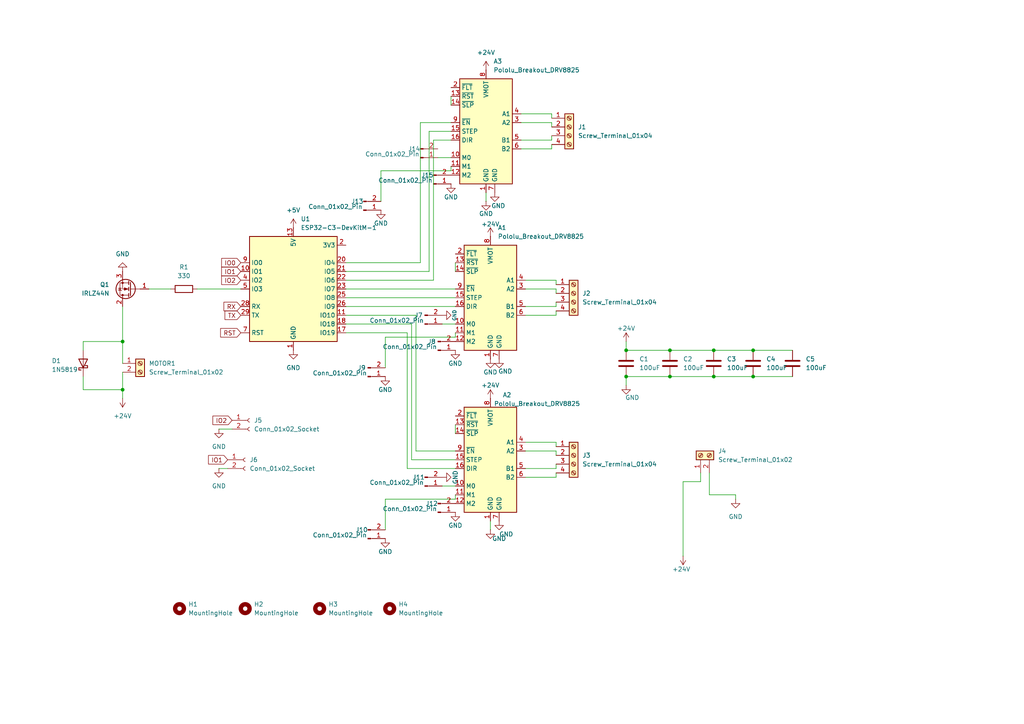
<source format=kicad_sch>
(kicad_sch
	(version 20250114)
	(generator "eeschema")
	(generator_version "9.0")
	(uuid "2207b13a-3d9b-4e1a-ab90-b82881fb750e")
	(paper "A4")
	(lib_symbols
		(symbol "Connector:Conn_01x02_Pin"
			(pin_names
				(offset 1.016)
				(hide yes)
			)
			(exclude_from_sim no)
			(in_bom yes)
			(on_board yes)
			(property "Reference" "J"
				(at 0 2.54 0)
				(effects
					(font
						(size 1.27 1.27)
					)
				)
			)
			(property "Value" "Conn_01x02_Pin"
				(at 0 -5.08 0)
				(effects
					(font
						(size 1.27 1.27)
					)
				)
			)
			(property "Footprint" ""
				(at 0 0 0)
				(effects
					(font
						(size 1.27 1.27)
					)
					(hide yes)
				)
			)
			(property "Datasheet" "~"
				(at 0 0 0)
				(effects
					(font
						(size 1.27 1.27)
					)
					(hide yes)
				)
			)
			(property "Description" "Generic connector, single row, 01x02, script generated"
				(at 0 0 0)
				(effects
					(font
						(size 1.27 1.27)
					)
					(hide yes)
				)
			)
			(property "ki_locked" ""
				(at 0 0 0)
				(effects
					(font
						(size 1.27 1.27)
					)
				)
			)
			(property "ki_keywords" "connector"
				(at 0 0 0)
				(effects
					(font
						(size 1.27 1.27)
					)
					(hide yes)
				)
			)
			(property "ki_fp_filters" "Connector*:*_1x??_*"
				(at 0 0 0)
				(effects
					(font
						(size 1.27 1.27)
					)
					(hide yes)
				)
			)
			(symbol "Conn_01x02_Pin_1_1"
				(rectangle
					(start 0.8636 0.127)
					(end 0 -0.127)
					(stroke
						(width 0.1524)
						(type default)
					)
					(fill
						(type outline)
					)
				)
				(rectangle
					(start 0.8636 -2.413)
					(end 0 -2.667)
					(stroke
						(width 0.1524)
						(type default)
					)
					(fill
						(type outline)
					)
				)
				(polyline
					(pts
						(xy 1.27 0) (xy 0.8636 0)
					)
					(stroke
						(width 0.1524)
						(type default)
					)
					(fill
						(type none)
					)
				)
				(polyline
					(pts
						(xy 1.27 -2.54) (xy 0.8636 -2.54)
					)
					(stroke
						(width 0.1524)
						(type default)
					)
					(fill
						(type none)
					)
				)
				(pin passive line
					(at 5.08 0 180)
					(length 3.81)
					(name "Pin_1"
						(effects
							(font
								(size 1.27 1.27)
							)
						)
					)
					(number "1"
						(effects
							(font
								(size 1.27 1.27)
							)
						)
					)
				)
				(pin passive line
					(at 5.08 -2.54 180)
					(length 3.81)
					(name "Pin_2"
						(effects
							(font
								(size 1.27 1.27)
							)
						)
					)
					(number "2"
						(effects
							(font
								(size 1.27 1.27)
							)
						)
					)
				)
			)
			(embedded_fonts no)
		)
		(symbol "Connector:Conn_01x02_Socket"
			(pin_names
				(offset 1.016)
				(hide yes)
			)
			(exclude_from_sim no)
			(in_bom yes)
			(on_board yes)
			(property "Reference" "J"
				(at 0 2.54 0)
				(effects
					(font
						(size 1.27 1.27)
					)
				)
			)
			(property "Value" "Conn_01x02_Socket"
				(at 0 -5.08 0)
				(effects
					(font
						(size 1.27 1.27)
					)
				)
			)
			(property "Footprint" ""
				(at 0 0 0)
				(effects
					(font
						(size 1.27 1.27)
					)
					(hide yes)
				)
			)
			(property "Datasheet" "~"
				(at 0 0 0)
				(effects
					(font
						(size 1.27 1.27)
					)
					(hide yes)
				)
			)
			(property "Description" "Generic connector, single row, 01x02, script generated"
				(at 0 0 0)
				(effects
					(font
						(size 1.27 1.27)
					)
					(hide yes)
				)
			)
			(property "ki_locked" ""
				(at 0 0 0)
				(effects
					(font
						(size 1.27 1.27)
					)
				)
			)
			(property "ki_keywords" "connector"
				(at 0 0 0)
				(effects
					(font
						(size 1.27 1.27)
					)
					(hide yes)
				)
			)
			(property "ki_fp_filters" "Connector*:*_1x??_*"
				(at 0 0 0)
				(effects
					(font
						(size 1.27 1.27)
					)
					(hide yes)
				)
			)
			(symbol "Conn_01x02_Socket_1_1"
				(polyline
					(pts
						(xy -1.27 0) (xy -0.508 0)
					)
					(stroke
						(width 0.1524)
						(type default)
					)
					(fill
						(type none)
					)
				)
				(polyline
					(pts
						(xy -1.27 -2.54) (xy -0.508 -2.54)
					)
					(stroke
						(width 0.1524)
						(type default)
					)
					(fill
						(type none)
					)
				)
				(arc
					(start 0 -0.508)
					(mid -0.5058 0)
					(end 0 0.508)
					(stroke
						(width 0.1524)
						(type default)
					)
					(fill
						(type none)
					)
				)
				(arc
					(start 0 -3.048)
					(mid -0.5058 -2.54)
					(end 0 -2.032)
					(stroke
						(width 0.1524)
						(type default)
					)
					(fill
						(type none)
					)
				)
				(pin passive line
					(at -5.08 0 0)
					(length 3.81)
					(name "Pin_1"
						(effects
							(font
								(size 1.27 1.27)
							)
						)
					)
					(number "1"
						(effects
							(font
								(size 1.27 1.27)
							)
						)
					)
				)
				(pin passive line
					(at -5.08 -2.54 0)
					(length 3.81)
					(name "Pin_2"
						(effects
							(font
								(size 1.27 1.27)
							)
						)
					)
					(number "2"
						(effects
							(font
								(size 1.27 1.27)
							)
						)
					)
				)
			)
			(embedded_fonts no)
		)
		(symbol "Connector:Screw_Terminal_01x02"
			(pin_names
				(offset 1.016)
				(hide yes)
			)
			(exclude_from_sim no)
			(in_bom yes)
			(on_board yes)
			(property "Reference" "J"
				(at 0 2.54 0)
				(effects
					(font
						(size 1.27 1.27)
					)
				)
			)
			(property "Value" "Screw_Terminal_01x02"
				(at 0 -5.08 0)
				(effects
					(font
						(size 1.27 1.27)
					)
				)
			)
			(property "Footprint" ""
				(at 0 0 0)
				(effects
					(font
						(size 1.27 1.27)
					)
					(hide yes)
				)
			)
			(property "Datasheet" "~"
				(at 0 0 0)
				(effects
					(font
						(size 1.27 1.27)
					)
					(hide yes)
				)
			)
			(property "Description" "Generic screw terminal, single row, 01x02, script generated (kicad-library-utils/schlib/autogen/connector/)"
				(at 0 0 0)
				(effects
					(font
						(size 1.27 1.27)
					)
					(hide yes)
				)
			)
			(property "ki_keywords" "screw terminal"
				(at 0 0 0)
				(effects
					(font
						(size 1.27 1.27)
					)
					(hide yes)
				)
			)
			(property "ki_fp_filters" "TerminalBlock*:*"
				(at 0 0 0)
				(effects
					(font
						(size 1.27 1.27)
					)
					(hide yes)
				)
			)
			(symbol "Screw_Terminal_01x02_1_1"
				(rectangle
					(start -1.27 1.27)
					(end 1.27 -3.81)
					(stroke
						(width 0.254)
						(type default)
					)
					(fill
						(type background)
					)
				)
				(polyline
					(pts
						(xy -0.5334 0.3302) (xy 0.3302 -0.508)
					)
					(stroke
						(width 0.1524)
						(type default)
					)
					(fill
						(type none)
					)
				)
				(polyline
					(pts
						(xy -0.5334 -2.2098) (xy 0.3302 -3.048)
					)
					(stroke
						(width 0.1524)
						(type default)
					)
					(fill
						(type none)
					)
				)
				(polyline
					(pts
						(xy -0.3556 0.508) (xy 0.508 -0.3302)
					)
					(stroke
						(width 0.1524)
						(type default)
					)
					(fill
						(type none)
					)
				)
				(polyline
					(pts
						(xy -0.3556 -2.032) (xy 0.508 -2.8702)
					)
					(stroke
						(width 0.1524)
						(type default)
					)
					(fill
						(type none)
					)
				)
				(circle
					(center 0 0)
					(radius 0.635)
					(stroke
						(width 0.1524)
						(type default)
					)
					(fill
						(type none)
					)
				)
				(circle
					(center 0 -2.54)
					(radius 0.635)
					(stroke
						(width 0.1524)
						(type default)
					)
					(fill
						(type none)
					)
				)
				(pin passive line
					(at -5.08 0 0)
					(length 3.81)
					(name "Pin_1"
						(effects
							(font
								(size 1.27 1.27)
							)
						)
					)
					(number "1"
						(effects
							(font
								(size 1.27 1.27)
							)
						)
					)
				)
				(pin passive line
					(at -5.08 -2.54 0)
					(length 3.81)
					(name "Pin_2"
						(effects
							(font
								(size 1.27 1.27)
							)
						)
					)
					(number "2"
						(effects
							(font
								(size 1.27 1.27)
							)
						)
					)
				)
			)
			(embedded_fonts no)
		)
		(symbol "Connector:Screw_Terminal_01x04"
			(pin_names
				(offset 1.016)
				(hide yes)
			)
			(exclude_from_sim no)
			(in_bom yes)
			(on_board yes)
			(property "Reference" "J"
				(at 0 5.08 0)
				(effects
					(font
						(size 1.27 1.27)
					)
				)
			)
			(property "Value" "Screw_Terminal_01x04"
				(at 0 -7.62 0)
				(effects
					(font
						(size 1.27 1.27)
					)
				)
			)
			(property "Footprint" ""
				(at 0 0 0)
				(effects
					(font
						(size 1.27 1.27)
					)
					(hide yes)
				)
			)
			(property "Datasheet" "~"
				(at 0 0 0)
				(effects
					(font
						(size 1.27 1.27)
					)
					(hide yes)
				)
			)
			(property "Description" "Generic screw terminal, single row, 01x04, script generated (kicad-library-utils/schlib/autogen/connector/)"
				(at 0 0 0)
				(effects
					(font
						(size 1.27 1.27)
					)
					(hide yes)
				)
			)
			(property "ki_keywords" "screw terminal"
				(at 0 0 0)
				(effects
					(font
						(size 1.27 1.27)
					)
					(hide yes)
				)
			)
			(property "ki_fp_filters" "TerminalBlock*:*"
				(at 0 0 0)
				(effects
					(font
						(size 1.27 1.27)
					)
					(hide yes)
				)
			)
			(symbol "Screw_Terminal_01x04_1_1"
				(rectangle
					(start -1.27 3.81)
					(end 1.27 -6.35)
					(stroke
						(width 0.254)
						(type default)
					)
					(fill
						(type background)
					)
				)
				(polyline
					(pts
						(xy -0.5334 2.8702) (xy 0.3302 2.032)
					)
					(stroke
						(width 0.1524)
						(type default)
					)
					(fill
						(type none)
					)
				)
				(polyline
					(pts
						(xy -0.5334 0.3302) (xy 0.3302 -0.508)
					)
					(stroke
						(width 0.1524)
						(type default)
					)
					(fill
						(type none)
					)
				)
				(polyline
					(pts
						(xy -0.5334 -2.2098) (xy 0.3302 -3.048)
					)
					(stroke
						(width 0.1524)
						(type default)
					)
					(fill
						(type none)
					)
				)
				(polyline
					(pts
						(xy -0.5334 -4.7498) (xy 0.3302 -5.588)
					)
					(stroke
						(width 0.1524)
						(type default)
					)
					(fill
						(type none)
					)
				)
				(polyline
					(pts
						(xy -0.3556 3.048) (xy 0.508 2.2098)
					)
					(stroke
						(width 0.1524)
						(type default)
					)
					(fill
						(type none)
					)
				)
				(polyline
					(pts
						(xy -0.3556 0.508) (xy 0.508 -0.3302)
					)
					(stroke
						(width 0.1524)
						(type default)
					)
					(fill
						(type none)
					)
				)
				(polyline
					(pts
						(xy -0.3556 -2.032) (xy 0.508 -2.8702)
					)
					(stroke
						(width 0.1524)
						(type default)
					)
					(fill
						(type none)
					)
				)
				(polyline
					(pts
						(xy -0.3556 -4.572) (xy 0.508 -5.4102)
					)
					(stroke
						(width 0.1524)
						(type default)
					)
					(fill
						(type none)
					)
				)
				(circle
					(center 0 2.54)
					(radius 0.635)
					(stroke
						(width 0.1524)
						(type default)
					)
					(fill
						(type none)
					)
				)
				(circle
					(center 0 0)
					(radius 0.635)
					(stroke
						(width 0.1524)
						(type default)
					)
					(fill
						(type none)
					)
				)
				(circle
					(center 0 -2.54)
					(radius 0.635)
					(stroke
						(width 0.1524)
						(type default)
					)
					(fill
						(type none)
					)
				)
				(circle
					(center 0 -5.08)
					(radius 0.635)
					(stroke
						(width 0.1524)
						(type default)
					)
					(fill
						(type none)
					)
				)
				(pin passive line
					(at -5.08 2.54 0)
					(length 3.81)
					(name "Pin_1"
						(effects
							(font
								(size 1.27 1.27)
							)
						)
					)
					(number "1"
						(effects
							(font
								(size 1.27 1.27)
							)
						)
					)
				)
				(pin passive line
					(at -5.08 0 0)
					(length 3.81)
					(name "Pin_2"
						(effects
							(font
								(size 1.27 1.27)
							)
						)
					)
					(number "2"
						(effects
							(font
								(size 1.27 1.27)
							)
						)
					)
				)
				(pin passive line
					(at -5.08 -2.54 0)
					(length 3.81)
					(name "Pin_3"
						(effects
							(font
								(size 1.27 1.27)
							)
						)
					)
					(number "3"
						(effects
							(font
								(size 1.27 1.27)
							)
						)
					)
				)
				(pin passive line
					(at -5.08 -5.08 0)
					(length 3.81)
					(name "Pin_4"
						(effects
							(font
								(size 1.27 1.27)
							)
						)
					)
					(number "4"
						(effects
							(font
								(size 1.27 1.27)
							)
						)
					)
				)
			)
			(embedded_fonts no)
		)
		(symbol "Device:C"
			(pin_numbers
				(hide yes)
			)
			(pin_names
				(offset 0.254)
			)
			(exclude_from_sim no)
			(in_bom yes)
			(on_board yes)
			(property "Reference" "C"
				(at 0.635 2.54 0)
				(effects
					(font
						(size 1.27 1.27)
					)
					(justify left)
				)
			)
			(property "Value" "C"
				(at 0.635 -2.54 0)
				(effects
					(font
						(size 1.27 1.27)
					)
					(justify left)
				)
			)
			(property "Footprint" ""
				(at 0.9652 -3.81 0)
				(effects
					(font
						(size 1.27 1.27)
					)
					(hide yes)
				)
			)
			(property "Datasheet" "~"
				(at 0 0 0)
				(effects
					(font
						(size 1.27 1.27)
					)
					(hide yes)
				)
			)
			(property "Description" "Unpolarized capacitor"
				(at 0 0 0)
				(effects
					(font
						(size 1.27 1.27)
					)
					(hide yes)
				)
			)
			(property "ki_keywords" "cap capacitor"
				(at 0 0 0)
				(effects
					(font
						(size 1.27 1.27)
					)
					(hide yes)
				)
			)
			(property "ki_fp_filters" "C_*"
				(at 0 0 0)
				(effects
					(font
						(size 1.27 1.27)
					)
					(hide yes)
				)
			)
			(symbol "C_0_1"
				(polyline
					(pts
						(xy -2.032 0.762) (xy 2.032 0.762)
					)
					(stroke
						(width 0.508)
						(type default)
					)
					(fill
						(type none)
					)
				)
				(polyline
					(pts
						(xy -2.032 -0.762) (xy 2.032 -0.762)
					)
					(stroke
						(width 0.508)
						(type default)
					)
					(fill
						(type none)
					)
				)
			)
			(symbol "C_1_1"
				(pin passive line
					(at 0 3.81 270)
					(length 2.794)
					(name "~"
						(effects
							(font
								(size 1.27 1.27)
							)
						)
					)
					(number "1"
						(effects
							(font
								(size 1.27 1.27)
							)
						)
					)
				)
				(pin passive line
					(at 0 -3.81 90)
					(length 2.794)
					(name "~"
						(effects
							(font
								(size 1.27 1.27)
							)
						)
					)
					(number "2"
						(effects
							(font
								(size 1.27 1.27)
							)
						)
					)
				)
			)
			(embedded_fonts no)
		)
		(symbol "Device:R"
			(pin_numbers
				(hide yes)
			)
			(pin_names
				(offset 0)
			)
			(exclude_from_sim no)
			(in_bom yes)
			(on_board yes)
			(property "Reference" "R"
				(at 2.032 0 90)
				(effects
					(font
						(size 1.27 1.27)
					)
				)
			)
			(property "Value" "R"
				(at 0 0 90)
				(effects
					(font
						(size 1.27 1.27)
					)
				)
			)
			(property "Footprint" ""
				(at -1.778 0 90)
				(effects
					(font
						(size 1.27 1.27)
					)
					(hide yes)
				)
			)
			(property "Datasheet" "~"
				(at 0 0 0)
				(effects
					(font
						(size 1.27 1.27)
					)
					(hide yes)
				)
			)
			(property "Description" "Resistor"
				(at 0 0 0)
				(effects
					(font
						(size 1.27 1.27)
					)
					(hide yes)
				)
			)
			(property "ki_keywords" "R res resistor"
				(at 0 0 0)
				(effects
					(font
						(size 1.27 1.27)
					)
					(hide yes)
				)
			)
			(property "ki_fp_filters" "R_*"
				(at 0 0 0)
				(effects
					(font
						(size 1.27 1.27)
					)
					(hide yes)
				)
			)
			(symbol "R_0_1"
				(rectangle
					(start -1.016 -2.54)
					(end 1.016 2.54)
					(stroke
						(width 0.254)
						(type default)
					)
					(fill
						(type none)
					)
				)
			)
			(symbol "R_1_1"
				(pin passive line
					(at 0 3.81 270)
					(length 1.27)
					(name "~"
						(effects
							(font
								(size 1.27 1.27)
							)
						)
					)
					(number "1"
						(effects
							(font
								(size 1.27 1.27)
							)
						)
					)
				)
				(pin passive line
					(at 0 -3.81 90)
					(length 1.27)
					(name "~"
						(effects
							(font
								(size 1.27 1.27)
							)
						)
					)
					(number "2"
						(effects
							(font
								(size 1.27 1.27)
							)
						)
					)
				)
			)
			(embedded_fonts no)
		)
		(symbol "Diode:1N5819"
			(pin_numbers
				(hide yes)
			)
			(pin_names
				(offset 1.016)
				(hide yes)
			)
			(exclude_from_sim no)
			(in_bom yes)
			(on_board yes)
			(property "Reference" "D"
				(at 0 2.54 0)
				(effects
					(font
						(size 1.27 1.27)
					)
				)
			)
			(property "Value" "1N5819"
				(at 0 -2.54 0)
				(effects
					(font
						(size 1.27 1.27)
					)
				)
			)
			(property "Footprint" "Diode_THT:D_DO-41_SOD81_P10.16mm_Horizontal"
				(at 0 -4.445 0)
				(effects
					(font
						(size 1.27 1.27)
					)
					(hide yes)
				)
			)
			(property "Datasheet" "http://www.vishay.com/docs/88525/1n5817.pdf"
				(at 0 0 0)
				(effects
					(font
						(size 1.27 1.27)
					)
					(hide yes)
				)
			)
			(property "Description" "40V 1A Schottky Barrier Rectifier Diode, DO-41"
				(at 0 0 0)
				(effects
					(font
						(size 1.27 1.27)
					)
					(hide yes)
				)
			)
			(property "ki_keywords" "diode Schottky"
				(at 0 0 0)
				(effects
					(font
						(size 1.27 1.27)
					)
					(hide yes)
				)
			)
			(property "ki_fp_filters" "D*DO?41*"
				(at 0 0 0)
				(effects
					(font
						(size 1.27 1.27)
					)
					(hide yes)
				)
			)
			(symbol "1N5819_0_1"
				(polyline
					(pts
						(xy -1.905 0.635) (xy -1.905 1.27) (xy -1.27 1.27) (xy -1.27 -1.27) (xy -0.635 -1.27) (xy -0.635 -0.635)
					)
					(stroke
						(width 0.254)
						(type default)
					)
					(fill
						(type none)
					)
				)
				(polyline
					(pts
						(xy 1.27 1.27) (xy 1.27 -1.27) (xy -1.27 0) (xy 1.27 1.27)
					)
					(stroke
						(width 0.254)
						(type default)
					)
					(fill
						(type none)
					)
				)
				(polyline
					(pts
						(xy 1.27 0) (xy -1.27 0)
					)
					(stroke
						(width 0)
						(type default)
					)
					(fill
						(type none)
					)
				)
			)
			(symbol "1N5819_1_1"
				(pin passive line
					(at -3.81 0 0)
					(length 2.54)
					(name "K"
						(effects
							(font
								(size 1.27 1.27)
							)
						)
					)
					(number "1"
						(effects
							(font
								(size 1.27 1.27)
							)
						)
					)
				)
				(pin passive line
					(at 3.81 0 180)
					(length 2.54)
					(name "A"
						(effects
							(font
								(size 1.27 1.27)
							)
						)
					)
					(number "2"
						(effects
							(font
								(size 1.27 1.27)
							)
						)
					)
				)
			)
			(embedded_fonts no)
		)
		(symbol "Driver_Motor:Pololu_Breakout_DRV8825"
			(exclude_from_sim no)
			(in_bom yes)
			(on_board yes)
			(property "Reference" "A"
				(at -2.54 16.51 0)
				(effects
					(font
						(size 1.27 1.27)
					)
					(justify right)
				)
			)
			(property "Value" "Pololu_Breakout_DRV8825"
				(at -2.54 13.97 0)
				(effects
					(font
						(size 1.27 1.27)
					)
					(justify right)
				)
			)
			(property "Footprint" "Module:Pololu_Breakout-16_15.2x20.3mm"
				(at 5.08 -20.32 0)
				(effects
					(font
						(size 1.27 1.27)
					)
					(justify left)
					(hide yes)
				)
			)
			(property "Datasheet" "https://www.pololu.com/product/2982"
				(at 2.54 -7.62 0)
				(effects
					(font
						(size 1.27 1.27)
					)
					(hide yes)
				)
			)
			(property "Description" "Pololu Breakout Board, Stepper Driver DRV8825"
				(at 0 0 0)
				(effects
					(font
						(size 1.27 1.27)
					)
					(hide yes)
				)
			)
			(property "ki_keywords" "Pololu Breakout Board Stepper Driver DRV8825"
				(at 0 0 0)
				(effects
					(font
						(size 1.27 1.27)
					)
					(hide yes)
				)
			)
			(property "ki_fp_filters" "Pololu*Breakout*15.2x20.3mm*"
				(at 0 0 0)
				(effects
					(font
						(size 1.27 1.27)
					)
					(hide yes)
				)
			)
			(symbol "Pololu_Breakout_DRV8825_0_1"
				(rectangle
					(start 7.62 -17.78)
					(end -7.62 12.7)
					(stroke
						(width 0.254)
						(type default)
					)
					(fill
						(type background)
					)
				)
			)
			(symbol "Pololu_Breakout_DRV8825_1_1"
				(pin output line
					(at -10.16 10.16 0)
					(length 2.54)
					(name "~{FLT}"
						(effects
							(font
								(size 1.27 1.27)
							)
						)
					)
					(number "2"
						(effects
							(font
								(size 1.27 1.27)
							)
						)
					)
				)
				(pin input line
					(at -10.16 7.62 0)
					(length 2.54)
					(name "~{RST}"
						(effects
							(font
								(size 1.27 1.27)
							)
						)
					)
					(number "13"
						(effects
							(font
								(size 1.27 1.27)
							)
						)
					)
				)
				(pin input line
					(at -10.16 5.08 0)
					(length 2.54)
					(name "~{SLP}"
						(effects
							(font
								(size 1.27 1.27)
							)
						)
					)
					(number "14"
						(effects
							(font
								(size 1.27 1.27)
							)
						)
					)
				)
				(pin input line
					(at -10.16 0 0)
					(length 2.54)
					(name "~{EN}"
						(effects
							(font
								(size 1.27 1.27)
							)
						)
					)
					(number "9"
						(effects
							(font
								(size 1.27 1.27)
							)
						)
					)
				)
				(pin input line
					(at -10.16 -2.54 0)
					(length 2.54)
					(name "STEP"
						(effects
							(font
								(size 1.27 1.27)
							)
						)
					)
					(number "15"
						(effects
							(font
								(size 1.27 1.27)
							)
						)
					)
				)
				(pin input line
					(at -10.16 -5.08 0)
					(length 2.54)
					(name "DIR"
						(effects
							(font
								(size 1.27 1.27)
							)
						)
					)
					(number "16"
						(effects
							(font
								(size 1.27 1.27)
							)
						)
					)
				)
				(pin input line
					(at -10.16 -10.16 0)
					(length 2.54)
					(name "M0"
						(effects
							(font
								(size 1.27 1.27)
							)
						)
					)
					(number "10"
						(effects
							(font
								(size 1.27 1.27)
							)
						)
					)
				)
				(pin input line
					(at -10.16 -12.7 0)
					(length 2.54)
					(name "M1"
						(effects
							(font
								(size 1.27 1.27)
							)
						)
					)
					(number "11"
						(effects
							(font
								(size 1.27 1.27)
							)
						)
					)
				)
				(pin input line
					(at -10.16 -15.24 0)
					(length 2.54)
					(name "M2"
						(effects
							(font
								(size 1.27 1.27)
							)
						)
					)
					(number "12"
						(effects
							(font
								(size 1.27 1.27)
							)
						)
					)
				)
				(pin power_in line
					(at 0 15.24 270)
					(length 2.54)
					(name "VMOT"
						(effects
							(font
								(size 1.27 1.27)
							)
						)
					)
					(number "8"
						(effects
							(font
								(size 1.27 1.27)
							)
						)
					)
				)
				(pin power_in line
					(at 0 -20.32 90)
					(length 2.54)
					(name "GND"
						(effects
							(font
								(size 1.27 1.27)
							)
						)
					)
					(number "1"
						(effects
							(font
								(size 1.27 1.27)
							)
						)
					)
				)
				(pin power_in line
					(at 2.54 -20.32 90)
					(length 2.54)
					(name "GND"
						(effects
							(font
								(size 1.27 1.27)
							)
						)
					)
					(number "7"
						(effects
							(font
								(size 1.27 1.27)
							)
						)
					)
				)
				(pin output line
					(at 10.16 2.54 180)
					(length 2.54)
					(name "A1"
						(effects
							(font
								(size 1.27 1.27)
							)
						)
					)
					(number "4"
						(effects
							(font
								(size 1.27 1.27)
							)
						)
					)
				)
				(pin output line
					(at 10.16 0 180)
					(length 2.54)
					(name "A2"
						(effects
							(font
								(size 1.27 1.27)
							)
						)
					)
					(number "3"
						(effects
							(font
								(size 1.27 1.27)
							)
						)
					)
				)
				(pin output line
					(at 10.16 -5.08 180)
					(length 2.54)
					(name "B1"
						(effects
							(font
								(size 1.27 1.27)
							)
						)
					)
					(number "5"
						(effects
							(font
								(size 1.27 1.27)
							)
						)
					)
				)
				(pin output line
					(at 10.16 -7.62 180)
					(length 2.54)
					(name "B2"
						(effects
							(font
								(size 1.27 1.27)
							)
						)
					)
					(number "6"
						(effects
							(font
								(size 1.27 1.27)
							)
						)
					)
				)
			)
			(embedded_fonts no)
		)
		(symbol "Mechanical:MountingHole"
			(pin_names
				(offset 1.016)
			)
			(exclude_from_sim no)
			(in_bom no)
			(on_board yes)
			(property "Reference" "H"
				(at 0 5.08 0)
				(effects
					(font
						(size 1.27 1.27)
					)
				)
			)
			(property "Value" "MountingHole"
				(at 0 3.175 0)
				(effects
					(font
						(size 1.27 1.27)
					)
				)
			)
			(property "Footprint" ""
				(at 0 0 0)
				(effects
					(font
						(size 1.27 1.27)
					)
					(hide yes)
				)
			)
			(property "Datasheet" "~"
				(at 0 0 0)
				(effects
					(font
						(size 1.27 1.27)
					)
					(hide yes)
				)
			)
			(property "Description" "Mounting Hole without connection"
				(at 0 0 0)
				(effects
					(font
						(size 1.27 1.27)
					)
					(hide yes)
				)
			)
			(property "ki_keywords" "mounting hole"
				(at 0 0 0)
				(effects
					(font
						(size 1.27 1.27)
					)
					(hide yes)
				)
			)
			(property "ki_fp_filters" "MountingHole*"
				(at 0 0 0)
				(effects
					(font
						(size 1.27 1.27)
					)
					(hide yes)
				)
			)
			(symbol "MountingHole_0_1"
				(circle
					(center 0 0)
					(radius 1.27)
					(stroke
						(width 1.27)
						(type default)
					)
					(fill
						(type none)
					)
				)
			)
			(embedded_fonts no)
		)
		(symbol "RF_Module:ESP32-C3-DevKitM-1"
			(exclude_from_sim no)
			(in_bom yes)
			(on_board yes)
			(property "Reference" "U"
				(at 7.62 16.51 0)
				(effects
					(font
						(size 1.27 1.27)
					)
				)
			)
			(property "Value" "ESP32-C3-DevKitM-1"
				(at 11.684 -16.764 0)
				(effects
					(font
						(size 1.27 1.27)
					)
				)
			)
			(property "Footprint" "RF_Module:ESP32-C3-DevKitM-1"
				(at 0 -25.4 0)
				(effects
					(font
						(size 1.27 1.27)
					)
					(hide yes)
				)
			)
			(property "Datasheet" "https://docs.espressif.com/projects/esp-idf/en/latest/esp32c3/hw-reference/esp32c3/user-guide-devkitm-1.html"
				(at 0 -30.48 0)
				(effects
					(font
						(size 1.27 1.27)
					)
					(hide yes)
				)
			)
			(property "Description" "Development board featuring ESP32-C3-MINI-1 module"
				(at 0 -27.94 0)
				(effects
					(font
						(size 1.27 1.27)
					)
					(hide yes)
				)
			)
			(property "ki_keywords" "riscv wifi bluetooth ble"
				(at 0 0 0)
				(effects
					(font
						(size 1.27 1.27)
					)
					(hide yes)
				)
			)
			(property "ki_fp_filters" "*ESP32?C3?DevKitM?1*"
				(at 0 0 0)
				(effects
					(font
						(size 1.27 1.27)
					)
					(hide yes)
				)
			)
			(symbol "ESP32-C3-DevKitM-1_1_1"
				(rectangle
					(start -12.7 15.24)
					(end 12.7 -15.24)
					(stroke
						(width 0.254)
						(type default)
					)
					(fill
						(type background)
					)
				)
				(pin bidirectional line
					(at -15.24 7.62 0)
					(length 2.54)
					(name "IO0"
						(effects
							(font
								(size 1.27 1.27)
							)
						)
					)
					(number "9"
						(effects
							(font
								(size 1.27 1.27)
							)
						)
					)
					(alternate "ADC1_CH0" passive line)
					(alternate "XTAL_32K_P" passive line)
				)
				(pin bidirectional line
					(at -15.24 5.08 0)
					(length 2.54)
					(name "IO1"
						(effects
							(font
								(size 1.27 1.27)
							)
						)
					)
					(number "10"
						(effects
							(font
								(size 1.27 1.27)
							)
						)
					)
					(alternate "ADC1_CH1" passive line)
					(alternate "XTAL_32K_N" passive line)
				)
				(pin bidirectional line
					(at -15.24 2.54 0)
					(length 2.54)
					(name "IO2"
						(effects
							(font
								(size 1.27 1.27)
							)
						)
					)
					(number "4"
						(effects
							(font
								(size 1.27 1.27)
							)
						)
					)
					(alternate "ADC1_CH0" passive line)
					(alternate "FSPIQ" passive line)
				)
				(pin bidirectional line
					(at -15.24 0 0)
					(length 2.54)
					(name "IO3"
						(effects
							(font
								(size 1.27 1.27)
							)
						)
					)
					(number "5"
						(effects
							(font
								(size 1.27 1.27)
							)
						)
					)
					(alternate "ADC1_CH3" passive line)
				)
				(pin input line
					(at -15.24 -5.08 0)
					(length 2.54)
					(name "RX"
						(effects
							(font
								(size 1.27 1.27)
							)
						)
					)
					(number "28"
						(effects
							(font
								(size 1.27 1.27)
							)
						)
					)
					(alternate "IO20" passive line)
				)
				(pin output line
					(at -15.24 -7.62 0)
					(length 2.54)
					(name "TX"
						(effects
							(font
								(size 1.27 1.27)
							)
						)
					)
					(number "29"
						(effects
							(font
								(size 1.27 1.27)
							)
						)
					)
					(alternate "IO21" passive line)
				)
				(pin input line
					(at -15.24 -12.7 0)
					(length 2.54)
					(name "RST"
						(effects
							(font
								(size 1.27 1.27)
							)
						)
					)
					(number "7"
						(effects
							(font
								(size 1.27 1.27)
							)
						)
					)
				)
				(pin passive line
					(at 0 17.78 270)
					(length 2.54)
					(name "5V"
						(effects
							(font
								(size 1.27 1.27)
							)
						)
					)
					(number "13"
						(effects
							(font
								(size 1.27 1.27)
							)
						)
					)
				)
				(pin passive line
					(at 0 17.78 270)
					(length 2.54)
					(hide yes)
					(name "5V"
						(effects
							(font
								(size 1.27 1.27)
							)
						)
					)
					(number "14"
						(effects
							(font
								(size 1.27 1.27)
							)
						)
					)
				)
				(pin power_in line
					(at 0 -17.78 90)
					(length 2.54)
					(name "GND"
						(effects
							(font
								(size 1.27 1.27)
							)
						)
					)
					(number "1"
						(effects
							(font
								(size 1.27 1.27)
							)
						)
					)
				)
				(pin passive line
					(at 0 -17.78 90)
					(length 2.54)
					(hide yes)
					(name "GND"
						(effects
							(font
								(size 1.27 1.27)
							)
						)
					)
					(number "12"
						(effects
							(font
								(size 1.27 1.27)
							)
						)
					)
				)
				(pin passive line
					(at 0 -17.78 90)
					(length 2.54)
					(hide yes)
					(name "GND"
						(effects
							(font
								(size 1.27 1.27)
							)
						)
					)
					(number "15"
						(effects
							(font
								(size 1.27 1.27)
							)
						)
					)
				)
				(pin passive line
					(at 0 -17.78 90)
					(length 2.54)
					(hide yes)
					(name "GND"
						(effects
							(font
								(size 1.27 1.27)
							)
						)
					)
					(number "16"
						(effects
							(font
								(size 1.27 1.27)
							)
						)
					)
				)
				(pin passive line
					(at 0 -17.78 90)
					(length 2.54)
					(hide yes)
					(name "GND"
						(effects
							(font
								(size 1.27 1.27)
							)
						)
					)
					(number "19"
						(effects
							(font
								(size 1.27 1.27)
							)
						)
					)
				)
				(pin passive line
					(at 0 -17.78 90)
					(length 2.54)
					(hide yes)
					(name "GND"
						(effects
							(font
								(size 1.27 1.27)
							)
						)
					)
					(number "24"
						(effects
							(font
								(size 1.27 1.27)
							)
						)
					)
				)
				(pin passive line
					(at 0 -17.78 90)
					(length 2.54)
					(hide yes)
					(name "GND"
						(effects
							(font
								(size 1.27 1.27)
							)
						)
					)
					(number "27"
						(effects
							(font
								(size 1.27 1.27)
							)
						)
					)
				)
				(pin passive line
					(at 0 -17.78 90)
					(length 2.54)
					(hide yes)
					(name "GND"
						(effects
							(font
								(size 1.27 1.27)
							)
						)
					)
					(number "30"
						(effects
							(font
								(size 1.27 1.27)
							)
						)
					)
				)
				(pin passive line
					(at 0 -17.78 90)
					(length 2.54)
					(hide yes)
					(name "GND"
						(effects
							(font
								(size 1.27 1.27)
							)
						)
					)
					(number "6"
						(effects
							(font
								(size 1.27 1.27)
							)
						)
					)
				)
				(pin passive line
					(at 0 -17.78 90)
					(length 2.54)
					(hide yes)
					(name "GND"
						(effects
							(font
								(size 1.27 1.27)
							)
						)
					)
					(number "8"
						(effects
							(font
								(size 1.27 1.27)
							)
						)
					)
				)
				(pin power_out line
					(at 15.24 12.7 180)
					(length 2.54)
					(name "3V3"
						(effects
							(font
								(size 1.27 1.27)
							)
						)
					)
					(number "2"
						(effects
							(font
								(size 1.27 1.27)
							)
						)
					)
				)
				(pin passive line
					(at 15.24 12.7 180)
					(length 2.54)
					(hide yes)
					(name "3V3"
						(effects
							(font
								(size 1.27 1.27)
							)
						)
					)
					(number "3"
						(effects
							(font
								(size 1.27 1.27)
							)
						)
					)
				)
				(pin bidirectional line
					(at 15.24 7.62 180)
					(length 2.54)
					(name "IO4"
						(effects
							(font
								(size 1.27 1.27)
							)
						)
					)
					(number "20"
						(effects
							(font
								(size 1.27 1.27)
							)
						)
					)
					(alternate "ADC1_CH4" passive line)
					(alternate "FSPIHD" passive line)
					(alternate "MTMS" passive line)
				)
				(pin bidirectional line
					(at 15.24 5.08 180)
					(length 2.54)
					(name "IO5"
						(effects
							(font
								(size 1.27 1.27)
							)
						)
					)
					(number "21"
						(effects
							(font
								(size 1.27 1.27)
							)
						)
					)
					(alternate "ADC2_CH0" passive line)
					(alternate "FSPIWP" passive line)
					(alternate "MTDI" passive line)
				)
				(pin bidirectional line
					(at 15.24 2.54 180)
					(length 2.54)
					(name "IO6"
						(effects
							(font
								(size 1.27 1.27)
							)
						)
					)
					(number "22"
						(effects
							(font
								(size 1.27 1.27)
							)
						)
					)
					(alternate "FSPICLK" passive line)
					(alternate "MTCK" passive line)
				)
				(pin bidirectional line
					(at 15.24 0 180)
					(length 2.54)
					(name "IO7"
						(effects
							(font
								(size 1.27 1.27)
							)
						)
					)
					(number "23"
						(effects
							(font
								(size 1.27 1.27)
							)
						)
					)
					(alternate "FSPID" passive line)
					(alternate "MTDO" passive line)
				)
				(pin bidirectional line
					(at 15.24 -2.54 180)
					(length 2.54)
					(name "IO8"
						(effects
							(font
								(size 1.27 1.27)
							)
						)
					)
					(number "25"
						(effects
							(font
								(size 1.27 1.27)
							)
						)
					)
				)
				(pin bidirectional line
					(at 15.24 -5.08 180)
					(length 2.54)
					(name "IO9"
						(effects
							(font
								(size 1.27 1.27)
							)
						)
					)
					(number "26"
						(effects
							(font
								(size 1.27 1.27)
							)
						)
					)
				)
				(pin bidirectional line
					(at 15.24 -7.62 180)
					(length 2.54)
					(name "IO10"
						(effects
							(font
								(size 1.27 1.27)
							)
						)
					)
					(number "11"
						(effects
							(font
								(size 1.27 1.27)
							)
						)
					)
					(alternate "FSPICS0" passive line)
				)
				(pin bidirectional line
					(at 15.24 -10.16 180)
					(length 2.54)
					(name "IO18"
						(effects
							(font
								(size 1.27 1.27)
							)
						)
					)
					(number "18"
						(effects
							(font
								(size 1.27 1.27)
							)
						)
					)
					(alternate "USB_D-" passive line)
				)
				(pin bidirectional line
					(at 15.24 -12.7 180)
					(length 2.54)
					(name "IO19"
						(effects
							(font
								(size 1.27 1.27)
							)
						)
					)
					(number "17"
						(effects
							(font
								(size 1.27 1.27)
							)
						)
					)
					(alternate "USB_D+" passive line)
				)
			)
			(embedded_fonts no)
		)
		(symbol "Transistor_FET:IRLZ44N"
			(pin_names
				(hide yes)
			)
			(exclude_from_sim no)
			(in_bom yes)
			(on_board yes)
			(property "Reference" "Q"
				(at 5.08 1.905 0)
				(effects
					(font
						(size 1.27 1.27)
					)
					(justify left)
				)
			)
			(property "Value" "IRLZ44N"
				(at 5.08 0 0)
				(effects
					(font
						(size 1.27 1.27)
					)
					(justify left)
				)
			)
			(property "Footprint" "Package_TO_SOT_THT:TO-220-3_Vertical"
				(at 5.08 -1.905 0)
				(effects
					(font
						(size 1.27 1.27)
						(italic yes)
					)
					(justify left)
					(hide yes)
				)
			)
			(property "Datasheet" "http://www.irf.com/product-info/datasheets/data/irlz44n.pdf"
				(at 5.08 -3.81 0)
				(effects
					(font
						(size 1.27 1.27)
					)
					(justify left)
					(hide yes)
				)
			)
			(property "Description" "47A Id, 55V Vds, 22mOhm Rds Single N-Channel HEXFET Power MOSFET, TO-220AB"
				(at 0 0 0)
				(effects
					(font
						(size 1.27 1.27)
					)
					(hide yes)
				)
			)
			(property "ki_keywords" "N-Channel HEXFET MOSFET Logic-Level"
				(at 0 0 0)
				(effects
					(font
						(size 1.27 1.27)
					)
					(hide yes)
				)
			)
			(property "ki_fp_filters" "TO?220*"
				(at 0 0 0)
				(effects
					(font
						(size 1.27 1.27)
					)
					(hide yes)
				)
			)
			(symbol "IRLZ44N_0_1"
				(polyline
					(pts
						(xy 0.254 1.905) (xy 0.254 -1.905)
					)
					(stroke
						(width 0.254)
						(type default)
					)
					(fill
						(type none)
					)
				)
				(polyline
					(pts
						(xy 0.254 0) (xy -2.54 0)
					)
					(stroke
						(width 0)
						(type default)
					)
					(fill
						(type none)
					)
				)
				(polyline
					(pts
						(xy 0.762 2.286) (xy 0.762 1.27)
					)
					(stroke
						(width 0.254)
						(type default)
					)
					(fill
						(type none)
					)
				)
				(polyline
					(pts
						(xy 0.762 0.508) (xy 0.762 -0.508)
					)
					(stroke
						(width 0.254)
						(type default)
					)
					(fill
						(type none)
					)
				)
				(polyline
					(pts
						(xy 0.762 -1.27) (xy 0.762 -2.286)
					)
					(stroke
						(width 0.254)
						(type default)
					)
					(fill
						(type none)
					)
				)
				(polyline
					(pts
						(xy 0.762 -1.778) (xy 3.302 -1.778) (xy 3.302 1.778) (xy 0.762 1.778)
					)
					(stroke
						(width 0)
						(type default)
					)
					(fill
						(type none)
					)
				)
				(polyline
					(pts
						(xy 1.016 0) (xy 2.032 0.381) (xy 2.032 -0.381) (xy 1.016 0)
					)
					(stroke
						(width 0)
						(type default)
					)
					(fill
						(type outline)
					)
				)
				(circle
					(center 1.651 0)
					(radius 2.794)
					(stroke
						(width 0.254)
						(type default)
					)
					(fill
						(type none)
					)
				)
				(polyline
					(pts
						(xy 2.54 2.54) (xy 2.54 1.778)
					)
					(stroke
						(width 0)
						(type default)
					)
					(fill
						(type none)
					)
				)
				(circle
					(center 2.54 1.778)
					(radius 0.254)
					(stroke
						(width 0)
						(type default)
					)
					(fill
						(type outline)
					)
				)
				(circle
					(center 2.54 -1.778)
					(radius 0.254)
					(stroke
						(width 0)
						(type default)
					)
					(fill
						(type outline)
					)
				)
				(polyline
					(pts
						(xy 2.54 -2.54) (xy 2.54 0) (xy 0.762 0)
					)
					(stroke
						(width 0)
						(type default)
					)
					(fill
						(type none)
					)
				)
				(polyline
					(pts
						(xy 2.794 0.508) (xy 2.921 0.381) (xy 3.683 0.381) (xy 3.81 0.254)
					)
					(stroke
						(width 0)
						(type default)
					)
					(fill
						(type none)
					)
				)
				(polyline
					(pts
						(xy 3.302 0.381) (xy 2.921 -0.254) (xy 3.683 -0.254) (xy 3.302 0.381)
					)
					(stroke
						(width 0)
						(type default)
					)
					(fill
						(type none)
					)
				)
			)
			(symbol "IRLZ44N_1_1"
				(pin input line
					(at -5.08 0 0)
					(length 2.54)
					(name "G"
						(effects
							(font
								(size 1.27 1.27)
							)
						)
					)
					(number "1"
						(effects
							(font
								(size 1.27 1.27)
							)
						)
					)
				)
				(pin passive line
					(at 2.54 5.08 270)
					(length 2.54)
					(name "D"
						(effects
							(font
								(size 1.27 1.27)
							)
						)
					)
					(number "2"
						(effects
							(font
								(size 1.27 1.27)
							)
						)
					)
				)
				(pin passive line
					(at 2.54 -5.08 90)
					(length 2.54)
					(name "S"
						(effects
							(font
								(size 1.27 1.27)
							)
						)
					)
					(number "3"
						(effects
							(font
								(size 1.27 1.27)
							)
						)
					)
				)
			)
			(embedded_fonts no)
		)
		(symbol "power:+24V"
			(power)
			(pin_numbers
				(hide yes)
			)
			(pin_names
				(offset 0)
				(hide yes)
			)
			(exclude_from_sim no)
			(in_bom yes)
			(on_board yes)
			(property "Reference" "#PWR"
				(at 0 -3.81 0)
				(effects
					(font
						(size 1.27 1.27)
					)
					(hide yes)
				)
			)
			(property "Value" "+24V"
				(at 0 3.556 0)
				(effects
					(font
						(size 1.27 1.27)
					)
				)
			)
			(property "Footprint" ""
				(at 0 0 0)
				(effects
					(font
						(size 1.27 1.27)
					)
					(hide yes)
				)
			)
			(property "Datasheet" ""
				(at 0 0 0)
				(effects
					(font
						(size 1.27 1.27)
					)
					(hide yes)
				)
			)
			(property "Description" "Power symbol creates a global label with name \"+24V\""
				(at 0 0 0)
				(effects
					(font
						(size 1.27 1.27)
					)
					(hide yes)
				)
			)
			(property "ki_keywords" "global power"
				(at 0 0 0)
				(effects
					(font
						(size 1.27 1.27)
					)
					(hide yes)
				)
			)
			(symbol "+24V_0_1"
				(polyline
					(pts
						(xy -0.762 1.27) (xy 0 2.54)
					)
					(stroke
						(width 0)
						(type default)
					)
					(fill
						(type none)
					)
				)
				(polyline
					(pts
						(xy 0 2.54) (xy 0.762 1.27)
					)
					(stroke
						(width 0)
						(type default)
					)
					(fill
						(type none)
					)
				)
				(polyline
					(pts
						(xy 0 0) (xy 0 2.54)
					)
					(stroke
						(width 0)
						(type default)
					)
					(fill
						(type none)
					)
				)
			)
			(symbol "+24V_1_1"
				(pin power_in line
					(at 0 0 90)
					(length 0)
					(name "~"
						(effects
							(font
								(size 1.27 1.27)
							)
						)
					)
					(number "1"
						(effects
							(font
								(size 1.27 1.27)
							)
						)
					)
				)
			)
			(embedded_fonts no)
		)
		(symbol "power:+5V"
			(power)
			(pin_numbers
				(hide yes)
			)
			(pin_names
				(offset 0)
				(hide yes)
			)
			(exclude_from_sim no)
			(in_bom yes)
			(on_board yes)
			(property "Reference" "#PWR"
				(at 0 -3.81 0)
				(effects
					(font
						(size 1.27 1.27)
					)
					(hide yes)
				)
			)
			(property "Value" "+5V"
				(at 0 3.556 0)
				(effects
					(font
						(size 1.27 1.27)
					)
				)
			)
			(property "Footprint" ""
				(at 0 0 0)
				(effects
					(font
						(size 1.27 1.27)
					)
					(hide yes)
				)
			)
			(property "Datasheet" ""
				(at 0 0 0)
				(effects
					(font
						(size 1.27 1.27)
					)
					(hide yes)
				)
			)
			(property "Description" "Power symbol creates a global label with name \"+5V\""
				(at 0 0 0)
				(effects
					(font
						(size 1.27 1.27)
					)
					(hide yes)
				)
			)
			(property "ki_keywords" "global power"
				(at 0 0 0)
				(effects
					(font
						(size 1.27 1.27)
					)
					(hide yes)
				)
			)
			(symbol "+5V_0_1"
				(polyline
					(pts
						(xy -0.762 1.27) (xy 0 2.54)
					)
					(stroke
						(width 0)
						(type default)
					)
					(fill
						(type none)
					)
				)
				(polyline
					(pts
						(xy 0 2.54) (xy 0.762 1.27)
					)
					(stroke
						(width 0)
						(type default)
					)
					(fill
						(type none)
					)
				)
				(polyline
					(pts
						(xy 0 0) (xy 0 2.54)
					)
					(stroke
						(width 0)
						(type default)
					)
					(fill
						(type none)
					)
				)
			)
			(symbol "+5V_1_1"
				(pin power_in line
					(at 0 0 90)
					(length 0)
					(name "~"
						(effects
							(font
								(size 1.27 1.27)
							)
						)
					)
					(number "1"
						(effects
							(font
								(size 1.27 1.27)
							)
						)
					)
				)
			)
			(embedded_fonts no)
		)
		(symbol "power:GND"
			(power)
			(pin_numbers
				(hide yes)
			)
			(pin_names
				(offset 0)
				(hide yes)
			)
			(exclude_from_sim no)
			(in_bom yes)
			(on_board yes)
			(property "Reference" "#PWR"
				(at 0 -6.35 0)
				(effects
					(font
						(size 1.27 1.27)
					)
					(hide yes)
				)
			)
			(property "Value" "GND"
				(at 0 -3.81 0)
				(effects
					(font
						(size 1.27 1.27)
					)
				)
			)
			(property "Footprint" ""
				(at 0 0 0)
				(effects
					(font
						(size 1.27 1.27)
					)
					(hide yes)
				)
			)
			(property "Datasheet" ""
				(at 0 0 0)
				(effects
					(font
						(size 1.27 1.27)
					)
					(hide yes)
				)
			)
			(property "Description" "Power symbol creates a global label with name \"GND\" , ground"
				(at 0 0 0)
				(effects
					(font
						(size 1.27 1.27)
					)
					(hide yes)
				)
			)
			(property "ki_keywords" "global power"
				(at 0 0 0)
				(effects
					(font
						(size 1.27 1.27)
					)
					(hide yes)
				)
			)
			(symbol "GND_0_1"
				(polyline
					(pts
						(xy 0 0) (xy 0 -1.27) (xy 1.27 -1.27) (xy 0 -2.54) (xy -1.27 -1.27) (xy 0 -1.27)
					)
					(stroke
						(width 0)
						(type default)
					)
					(fill
						(type none)
					)
				)
			)
			(symbol "GND_1_1"
				(pin power_in line
					(at 0 0 270)
					(length 0)
					(name "~"
						(effects
							(font
								(size 1.27 1.27)
							)
						)
					)
					(number "1"
						(effects
							(font
								(size 1.27 1.27)
							)
						)
					)
				)
			)
			(embedded_fonts no)
		)
	)
	(junction
		(at 194.31 109.22)
		(diameter 0)
		(color 0 0 0 0)
		(uuid "2b96ba18-b1a3-490b-91d3-ed46506843e0")
	)
	(junction
		(at 181.61 109.22)
		(diameter 0)
		(color 0 0 0 0)
		(uuid "4a206799-1366-4a21-9e1c-4b751cc7243d")
	)
	(junction
		(at 194.31 101.6)
		(diameter 0)
		(color 0 0 0 0)
		(uuid "522e1112-61c3-48bb-bee2-45865dfa5f21")
	)
	(junction
		(at 218.44 109.22)
		(diameter 0)
		(color 0 0 0 0)
		(uuid "766696f4-aa48-41b4-ad1c-0fbcce3b5e7f")
	)
	(junction
		(at 35.56 99.06)
		(diameter 0)
		(color 0 0 0 0)
		(uuid "8ceaed6c-b78e-4e11-9740-eefbfa72ee27")
	)
	(junction
		(at 207.01 109.22)
		(diameter 0)
		(color 0 0 0 0)
		(uuid "af878b9d-a708-4696-a49d-52901d75ece0")
	)
	(junction
		(at 218.44 101.6)
		(diameter 0)
		(color 0 0 0 0)
		(uuid "b23e03c8-9ddf-4c5e-989f-0ded6cafcd91")
	)
	(junction
		(at 207.01 101.6)
		(diameter 0)
		(color 0 0 0 0)
		(uuid "e3c70028-8c2e-491a-aff3-7c5515135921")
	)
	(junction
		(at 181.61 101.6)
		(diameter 0)
		(color 0 0 0 0)
		(uuid "f5560bd7-4690-4afb-95b1-c7673c4a05cb")
	)
	(junction
		(at 35.56 113.03)
		(diameter 0)
		(color 0 0 0 0)
		(uuid "fc528fa9-0110-4a4d-8487-15af1904bbf0")
	)
	(wire
		(pts
			(xy 111.76 144.78) (xy 132.08 144.78)
		)
		(stroke
			(width 0)
			(type default)
		)
		(uuid "01e0ed6d-492e-41dd-b1a7-c8adcb7a83b6")
	)
	(wire
		(pts
			(xy 24.13 109.22) (xy 24.13 113.03)
		)
		(stroke
			(width 0)
			(type default)
		)
		(uuid "024a557e-afec-42c3-a83a-820c42ade7bc")
	)
	(wire
		(pts
			(xy 128.27 140.97) (xy 132.08 140.97)
		)
		(stroke
			(width 0)
			(type default)
		)
		(uuid "03bd1e09-b975-4bf0-9a3d-cd7e043f1f32")
	)
	(wire
		(pts
			(xy 181.61 101.6) (xy 194.31 101.6)
		)
		(stroke
			(width 0)
			(type default)
		)
		(uuid "04c583c2-1e32-456b-9f66-88d8b63750b8")
	)
	(wire
		(pts
			(xy 24.13 99.06) (xy 35.56 99.06)
		)
		(stroke
			(width 0)
			(type default)
		)
		(uuid "06901e59-e99c-47bb-a06e-55ed48930a23")
	)
	(wire
		(pts
			(xy 160.02 35.56) (xy 151.13 35.56)
		)
		(stroke
			(width 0)
			(type default)
		)
		(uuid "086bca88-88bf-40c7-947d-9c43b00e887c")
	)
	(wire
		(pts
			(xy 160.02 40.64) (xy 151.13 40.64)
		)
		(stroke
			(width 0)
			(type default)
		)
		(uuid "08c85817-cef4-4287-9d7d-5226c9953425")
	)
	(wire
		(pts
			(xy 111.76 153.67) (xy 111.76 144.78)
		)
		(stroke
			(width 0)
			(type default)
		)
		(uuid "0aa7cfac-7c2c-49ae-9d60-71c994386322")
	)
	(wire
		(pts
			(xy 160.02 34.29) (xy 160.02 33.02)
		)
		(stroke
			(width 0)
			(type default)
		)
		(uuid "0addc2eb-5970-458b-9218-d7559da6ca71")
	)
	(wire
		(pts
			(xy 132.08 76.2) (xy 132.08 78.74)
		)
		(stroke
			(width 0)
			(type default)
		)
		(uuid "0de661f6-5eac-45af-8d6f-9e9893dad0ff")
	)
	(wire
		(pts
			(xy 161.29 138.43) (xy 152.4 138.43)
		)
		(stroke
			(width 0)
			(type default)
		)
		(uuid "1727319e-52c7-4254-87b7-1f543dd04563")
	)
	(wire
		(pts
			(xy 118.11 96.52) (xy 100.33 96.52)
		)
		(stroke
			(width 0)
			(type default)
		)
		(uuid "1c8da641-8ff0-4fb0-a4c5-798e177490a3")
	)
	(wire
		(pts
			(xy 161.29 134.62) (xy 161.29 135.89)
		)
		(stroke
			(width 0)
			(type default)
		)
		(uuid "24c26e5a-344e-4842-b020-71de99ca4221")
	)
	(wire
		(pts
			(xy 100.33 93.98) (xy 119.38 93.98)
		)
		(stroke
			(width 0)
			(type default)
		)
		(uuid "27a74d20-6fdb-4cc2-b186-6f9beca88fce")
	)
	(wire
		(pts
			(xy 198.12 139.7) (xy 198.12 161.29)
		)
		(stroke
			(width 0)
			(type default)
		)
		(uuid "2e993d7c-a5f5-479b-a28f-d11bf6525743")
	)
	(wire
		(pts
			(xy 161.29 88.9) (xy 152.4 88.9)
		)
		(stroke
			(width 0)
			(type default)
		)
		(uuid "2ff74527-5917-4e93-8ebf-47cafbe5e523")
	)
	(wire
		(pts
			(xy 132.08 143.51) (xy 132.08 144.78)
		)
		(stroke
			(width 0)
			(type default)
		)
		(uuid "308e6c3e-5eef-4876-991a-a26221a37bb5")
	)
	(wire
		(pts
			(xy 127 45.72) (xy 130.81 45.72)
		)
		(stroke
			(width 0)
			(type default)
		)
		(uuid "31ccd0f1-022b-4f96-a00c-739258886e5b")
	)
	(wire
		(pts
			(xy 218.44 109.22) (xy 229.87 109.22)
		)
		(stroke
			(width 0)
			(type default)
		)
		(uuid "33850d54-2887-49e3-af1c-e59f79fc912c")
	)
	(wire
		(pts
			(xy 57.15 83.82) (xy 69.85 83.82)
		)
		(stroke
			(width 0)
			(type default)
		)
		(uuid "33eb6e16-3a30-460c-86f4-7632f378b58f")
	)
	(wire
		(pts
			(xy 207.01 109.22) (xy 218.44 109.22)
		)
		(stroke
			(width 0)
			(type default)
		)
		(uuid "34156e51-b10d-4b6e-bb4b-148a669fbdeb")
	)
	(wire
		(pts
			(xy 194.31 109.22) (xy 207.01 109.22)
		)
		(stroke
			(width 0)
			(type default)
		)
		(uuid "354e0884-99cd-43d2-b325-1c1d6a69547d")
	)
	(wire
		(pts
			(xy 63.5 135.89) (xy 66.04 135.89)
		)
		(stroke
			(width 0)
			(type default)
		)
		(uuid "4114a1af-185a-4ec6-83d6-cff9aee8d449")
	)
	(wire
		(pts
			(xy 161.29 82.55) (xy 161.29 81.28)
		)
		(stroke
			(width 0)
			(type default)
		)
		(uuid "41281f4a-3871-41cf-aaba-9e284c771b43")
	)
	(wire
		(pts
			(xy 161.29 132.08) (xy 161.29 130.81)
		)
		(stroke
			(width 0)
			(type default)
		)
		(uuid "431b186c-4ba9-4d09-861c-54cdb1650a67")
	)
	(wire
		(pts
			(xy 35.56 107.95) (xy 35.56 113.03)
		)
		(stroke
			(width 0)
			(type default)
		)
		(uuid "45ef4de2-40e9-46a8-b7be-5e364c0f16c0")
	)
	(wire
		(pts
			(xy 213.36 143.51) (xy 205.74 143.51)
		)
		(stroke
			(width 0)
			(type default)
		)
		(uuid "469ac4ba-3b7b-42a3-99a7-79d95ef828c5")
	)
	(wire
		(pts
			(xy 24.13 113.03) (xy 35.56 113.03)
		)
		(stroke
			(width 0)
			(type default)
		)
		(uuid "47fa76a3-fb1f-453e-8f31-cca6d88d06f4")
	)
	(wire
		(pts
			(xy 120.65 91.44) (xy 120.65 130.81)
		)
		(stroke
			(width 0)
			(type default)
		)
		(uuid "4a9ef3fc-e706-47f2-83c3-7dcd290db2ae")
	)
	(wire
		(pts
			(xy 35.56 99.06) (xy 35.56 105.41)
		)
		(stroke
			(width 0)
			(type default)
		)
		(uuid "4e010cd4-be76-4c16-8ba7-00d4f9f73599")
	)
	(wire
		(pts
			(xy 181.61 99.06) (xy 181.61 101.6)
		)
		(stroke
			(width 0)
			(type default)
		)
		(uuid "523e928f-712a-4b91-b135-937c8b011a17")
	)
	(wire
		(pts
			(xy 124.46 38.1) (xy 130.81 38.1)
		)
		(stroke
			(width 0)
			(type default)
		)
		(uuid "5610c5a1-bf37-4775-afa0-5bbfe27f0a90")
	)
	(wire
		(pts
			(xy 142.24 153.67) (xy 142.24 151.13)
		)
		(stroke
			(width 0)
			(type default)
		)
		(uuid "561994df-5dbb-4a22-90ed-025992de6b91")
	)
	(wire
		(pts
			(xy 63.5 124.46) (xy 67.31 124.46)
		)
		(stroke
			(width 0)
			(type default)
		)
		(uuid "5de230a0-7fc3-469a-be4d-c0298e2c8cab")
	)
	(wire
		(pts
			(xy 160.02 43.18) (xy 151.13 43.18)
		)
		(stroke
			(width 0)
			(type default)
		)
		(uuid "606787a5-7843-4ccd-9c88-3a5705e5aeb4")
	)
	(wire
		(pts
			(xy 110.49 58.42) (xy 110.49 49.53)
		)
		(stroke
			(width 0)
			(type default)
		)
		(uuid "66b0cbc2-0795-4589-b3f0-5155645675df")
	)
	(wire
		(pts
			(xy 181.61 111.76) (xy 181.61 109.22)
		)
		(stroke
			(width 0)
			(type default)
		)
		(uuid "6713cc07-ce1b-4acc-9a92-f75a3df3f19f")
	)
	(wire
		(pts
			(xy 100.33 86.36) (xy 132.08 86.36)
		)
		(stroke
			(width 0)
			(type default)
		)
		(uuid "69d47d73-9e17-48d5-83bd-33800bc4fd65")
	)
	(wire
		(pts
			(xy 194.31 101.6) (xy 207.01 101.6)
		)
		(stroke
			(width 0)
			(type default)
		)
		(uuid "6a93078b-48f0-45d5-9bac-b9e557fb8b3f")
	)
	(wire
		(pts
			(xy 128.27 93.98) (xy 132.08 93.98)
		)
		(stroke
			(width 0)
			(type default)
		)
		(uuid "6d4cd67d-119c-4141-a97a-1c1ca9ca0d57")
	)
	(wire
		(pts
			(xy 160.02 36.83) (xy 160.02 35.56)
		)
		(stroke
			(width 0)
			(type default)
		)
		(uuid "7264ae36-0f5c-468e-9200-21ee36e4d303")
	)
	(wire
		(pts
			(xy 161.29 90.17) (xy 161.29 91.44)
		)
		(stroke
			(width 0)
			(type default)
		)
		(uuid "760a4c3e-c437-456a-bbf0-0a3369a54fd7")
	)
	(wire
		(pts
			(xy 140.97 58.42) (xy 140.97 55.88)
		)
		(stroke
			(width 0)
			(type default)
		)
		(uuid "7be2a8f6-9fcb-44f8-ba6f-594e26ee6679")
	)
	(wire
		(pts
			(xy 161.29 87.63) (xy 161.29 88.9)
		)
		(stroke
			(width 0)
			(type default)
		)
		(uuid "84df429b-0261-412d-ae14-2164dac207fc")
	)
	(wire
		(pts
			(xy 121.92 76.2) (xy 100.33 76.2)
		)
		(stroke
			(width 0)
			(type default)
		)
		(uuid "870c0f83-052a-45a9-a74d-2a3538a36dca")
	)
	(wire
		(pts
			(xy 130.81 48.26) (xy 130.81 49.53)
		)
		(stroke
			(width 0)
			(type default)
		)
		(uuid "876c37da-c299-43d2-8838-39ea578d80af")
	)
	(wire
		(pts
			(xy 213.36 144.78) (xy 213.36 143.51)
		)
		(stroke
			(width 0)
			(type default)
		)
		(uuid "8a2bc629-7643-4ee5-b7e8-cfa3f926b895")
	)
	(wire
		(pts
			(xy 132.08 123.19) (xy 132.08 125.73)
		)
		(stroke
			(width 0)
			(type default)
		)
		(uuid "8ad5e4c4-fb7b-4b28-bd63-f0d97220da99")
	)
	(wire
		(pts
			(xy 132.08 97.79) (xy 132.08 96.52)
		)
		(stroke
			(width 0)
			(type default)
		)
		(uuid "8db4e9c3-c8ea-4faf-aa0b-cac8e9dbb79c")
	)
	(wire
		(pts
			(xy 35.56 99.06) (xy 35.56 88.9)
		)
		(stroke
			(width 0)
			(type default)
		)
		(uuid "8e78158b-106c-44b9-8e60-46cb08985317")
	)
	(wire
		(pts
			(xy 160.02 41.91) (xy 160.02 43.18)
		)
		(stroke
			(width 0)
			(type default)
		)
		(uuid "95a1789b-8926-4792-8d94-990f1fff0dc0")
	)
	(wire
		(pts
			(xy 218.44 101.6) (xy 229.87 101.6)
		)
		(stroke
			(width 0)
			(type default)
		)
		(uuid "9709653a-31ae-489b-9bb4-e4972d4c425a")
	)
	(wire
		(pts
			(xy 43.18 83.82) (xy 49.53 83.82)
		)
		(stroke
			(width 0)
			(type default)
		)
		(uuid "9a5dce14-8d04-41d1-bf0a-7dc3ef9848e6")
	)
	(wire
		(pts
			(xy 132.08 130.81) (xy 120.65 130.81)
		)
		(stroke
			(width 0)
			(type default)
		)
		(uuid "9bccfecb-6ecd-4300-a649-c0b13133aff0")
	)
	(wire
		(pts
			(xy 160.02 39.37) (xy 160.02 40.64)
		)
		(stroke
			(width 0)
			(type default)
		)
		(uuid "9ebd42af-3654-4102-bcbe-5377915cdbb9")
	)
	(wire
		(pts
			(xy 161.29 129.54) (xy 161.29 128.27)
		)
		(stroke
			(width 0)
			(type default)
		)
		(uuid "9f4f7424-0561-4492-8f07-fe640dd212b3")
	)
	(wire
		(pts
			(xy 125.73 81.28) (xy 100.33 81.28)
		)
		(stroke
			(width 0)
			(type default)
		)
		(uuid "a1f4ebe2-c3ab-47b8-a5d8-bda5c895f58a")
	)
	(wire
		(pts
			(xy 125.73 40.64) (xy 125.73 81.28)
		)
		(stroke
			(width 0)
			(type default)
		)
		(uuid "a76f33af-2a42-46a2-81cf-2cc000766cd0")
	)
	(wire
		(pts
			(xy 161.29 91.44) (xy 152.4 91.44)
		)
		(stroke
			(width 0)
			(type default)
		)
		(uuid "a8d36775-e60a-4efd-8e46-2e1def994d47")
	)
	(wire
		(pts
			(xy 130.81 27.94) (xy 130.81 30.48)
		)
		(stroke
			(width 0)
			(type default)
		)
		(uuid "a9f9ebc3-6cf1-4b92-be57-7a3c1f849a94")
	)
	(wire
		(pts
			(xy 203.2 139.7) (xy 203.2 137.16)
		)
		(stroke
			(width 0)
			(type default)
		)
		(uuid "ac15d667-b21b-4003-88eb-9e4abbf4042c")
	)
	(wire
		(pts
			(xy 124.46 78.74) (xy 124.46 38.1)
		)
		(stroke
			(width 0)
			(type default)
		)
		(uuid "b2b1ea20-0700-412b-b96d-3c66f05eaf3c")
	)
	(wire
		(pts
			(xy 161.29 81.28) (xy 152.4 81.28)
		)
		(stroke
			(width 0)
			(type default)
		)
		(uuid "b528fde0-1548-4bd7-b008-8e66144ecd27")
	)
	(wire
		(pts
			(xy 100.33 78.74) (xy 124.46 78.74)
		)
		(stroke
			(width 0)
			(type default)
		)
		(uuid "b6becbf1-a715-45d9-922a-7545d34ca218")
	)
	(wire
		(pts
			(xy 111.76 106.68) (xy 111.76 97.79)
		)
		(stroke
			(width 0)
			(type default)
		)
		(uuid "c0afbb2c-4a92-40a4-b753-2ae5374b08a9")
	)
	(wire
		(pts
			(xy 111.76 97.79) (xy 132.08 97.79)
		)
		(stroke
			(width 0)
			(type default)
		)
		(uuid "c2bddcfd-acf6-40b9-9665-194a6160c941")
	)
	(wire
		(pts
			(xy 110.49 49.53) (xy 130.81 49.53)
		)
		(stroke
			(width 0)
			(type default)
		)
		(uuid "c473dbe1-e448-458f-8c1a-8201712ce1a9")
	)
	(wire
		(pts
			(xy 160.02 33.02) (xy 151.13 33.02)
		)
		(stroke
			(width 0)
			(type default)
		)
		(uuid "c64bfa51-d027-46a3-808e-49c0c7892728")
	)
	(wire
		(pts
			(xy 198.12 139.7) (xy 203.2 139.7)
		)
		(stroke
			(width 0)
			(type default)
		)
		(uuid "c6c6110a-1c15-472e-a0fe-2f12e683fe6c")
	)
	(wire
		(pts
			(xy 119.38 93.98) (xy 119.38 133.35)
		)
		(stroke
			(width 0)
			(type default)
		)
		(uuid "c94b5553-5262-4caa-bc0d-b2d5c54f7377")
	)
	(wire
		(pts
			(xy 118.11 135.89) (xy 118.11 96.52)
		)
		(stroke
			(width 0)
			(type default)
		)
		(uuid "cb0da7bd-e94a-4ae3-ac7a-5cf769017656")
	)
	(wire
		(pts
			(xy 161.29 128.27) (xy 152.4 128.27)
		)
		(stroke
			(width 0)
			(type default)
		)
		(uuid "cc94266f-e216-4fa6-ba99-5f4994b9be16")
	)
	(wire
		(pts
			(xy 35.56 115.57) (xy 35.56 113.03)
		)
		(stroke
			(width 0)
			(type default)
		)
		(uuid "cf6b6a58-010a-4760-91a4-2d5f8aa605a0")
	)
	(wire
		(pts
			(xy 207.01 101.6) (xy 218.44 101.6)
		)
		(stroke
			(width 0)
			(type default)
		)
		(uuid "d71f568c-a0fb-469e-ada6-65faeda07602")
	)
	(wire
		(pts
			(xy 121.92 35.56) (xy 121.92 76.2)
		)
		(stroke
			(width 0)
			(type default)
		)
		(uuid "db53edae-ecb8-481a-ae34-0a3d6314941d")
	)
	(wire
		(pts
			(xy 161.29 83.82) (xy 152.4 83.82)
		)
		(stroke
			(width 0)
			(type default)
		)
		(uuid "db7a7ad1-a90a-4f38-9582-ab9c47ca501d")
	)
	(wire
		(pts
			(xy 205.74 143.51) (xy 205.74 137.16)
		)
		(stroke
			(width 0)
			(type default)
		)
		(uuid "dc9602b0-ae5b-43d2-a764-0c236e1b2b57")
	)
	(wire
		(pts
			(xy 181.61 109.22) (xy 194.31 109.22)
		)
		(stroke
			(width 0)
			(type default)
		)
		(uuid "defa921a-e794-4779-a86c-821db5cf8658")
	)
	(wire
		(pts
			(xy 161.29 130.81) (xy 152.4 130.81)
		)
		(stroke
			(width 0)
			(type default)
		)
		(uuid "df10b92b-7dbd-45fc-a9ce-3bdf1b4351e6")
	)
	(wire
		(pts
			(xy 161.29 135.89) (xy 152.4 135.89)
		)
		(stroke
			(width 0)
			(type default)
		)
		(uuid "dfedc319-ab52-4910-9b5b-c61411c38c25")
	)
	(wire
		(pts
			(xy 161.29 137.16) (xy 161.29 138.43)
		)
		(stroke
			(width 0)
			(type default)
		)
		(uuid "e3233692-c94d-43a8-bf4f-1165f5bc5d8e")
	)
	(wire
		(pts
			(xy 100.33 88.9) (xy 132.08 88.9)
		)
		(stroke
			(width 0)
			(type default)
		)
		(uuid "e7f39548-67bc-4fe0-a563-210b167f8299")
	)
	(wire
		(pts
			(xy 119.38 133.35) (xy 132.08 133.35)
		)
		(stroke
			(width 0)
			(type default)
		)
		(uuid "e8abf798-fde6-416f-998e-2788fb63f67f")
	)
	(wire
		(pts
			(xy 100.33 83.82) (xy 132.08 83.82)
		)
		(stroke
			(width 0)
			(type default)
		)
		(uuid "e9bb354f-ffe5-469f-86ac-a7900c7301ee")
	)
	(wire
		(pts
			(xy 130.81 35.56) (xy 121.92 35.56)
		)
		(stroke
			(width 0)
			(type default)
		)
		(uuid "f4490ad7-6eaa-4f79-9237-6b16916794cd")
	)
	(wire
		(pts
			(xy 161.29 85.09) (xy 161.29 83.82)
		)
		(stroke
			(width 0)
			(type default)
		)
		(uuid "f6812e13-5290-4cca-9fa8-59ec59161d3c")
	)
	(wire
		(pts
			(xy 100.33 91.44) (xy 120.65 91.44)
		)
		(stroke
			(width 0)
			(type default)
		)
		(uuid "fa473ac6-2d21-4a51-8131-75efcf11bd05")
	)
	(wire
		(pts
			(xy 132.08 135.89) (xy 118.11 135.89)
		)
		(stroke
			(width 0)
			(type default)
		)
		(uuid "fa7fc4e6-d124-4848-8842-aec40bb5230b")
	)
	(wire
		(pts
			(xy 130.81 40.64) (xy 125.73 40.64)
		)
		(stroke
			(width 0)
			(type default)
		)
		(uuid "fe7f936d-9091-40f8-91c7-f63b24ba23b9")
	)
	(wire
		(pts
			(xy 24.13 101.6) (xy 24.13 99.06)
		)
		(stroke
			(width 0)
			(type default)
		)
		(uuid "fec2fa3f-27dd-4e03-94fa-63496b279e57")
	)
	(global_label "IO0"
		(shape input)
		(at 69.85 76.2 180)
		(fields_autoplaced yes)
		(effects
			(font
				(size 1.27 1.27)
			)
			(justify right)
		)
		(uuid "27b71949-dbe0-465f-9adb-9e3c512cc8ab")
		(property "Intersheetrefs" "${INTERSHEET_REFS}"
			(at 63.72 76.2 0)
			(effects
				(font
					(size 1.27 1.27)
				)
				(justify right)
				(hide yes)
			)
		)
	)
	(global_label "IO1"
		(shape input)
		(at 69.85 78.74 180)
		(fields_autoplaced yes)
		(effects
			(font
				(size 1.27 1.27)
			)
			(justify right)
		)
		(uuid "38750ec3-6492-4c46-8b38-bea4ff92c399")
		(property "Intersheetrefs" "${INTERSHEET_REFS}"
			(at 63.72 78.74 0)
			(effects
				(font
					(size 1.27 1.27)
				)
				(justify right)
				(hide yes)
			)
		)
	)
	(global_label "IO1"
		(shape input)
		(at 66.04 133.35 180)
		(fields_autoplaced yes)
		(effects
			(font
				(size 1.27 1.27)
			)
			(justify right)
		)
		(uuid "3f2e297b-c43d-42ec-a42d-124bad5cd094")
		(property "Intersheetrefs" "${INTERSHEET_REFS}"
			(at 59.91 133.35 0)
			(effects
				(font
					(size 1.27 1.27)
				)
				(justify right)
				(hide yes)
			)
		)
	)
	(global_label "IO2"
		(shape input)
		(at 69.85 81.28 180)
		(fields_autoplaced yes)
		(effects
			(font
				(size 1.27 1.27)
			)
			(justify right)
		)
		(uuid "75655da7-6eb2-4446-8a08-e64b226880c9")
		(property "Intersheetrefs" "${INTERSHEET_REFS}"
			(at 63.72 81.28 0)
			(effects
				(font
					(size 1.27 1.27)
				)
				(justify right)
				(hide yes)
			)
		)
	)
	(global_label "IO2"
		(shape input)
		(at 67.31 121.92 180)
		(fields_autoplaced yes)
		(effects
			(font
				(size 1.27 1.27)
			)
			(justify right)
		)
		(uuid "797efbc9-98f0-4b82-8d62-f1b00390ce91")
		(property "Intersheetrefs" "${INTERSHEET_REFS}"
			(at 61.18 121.92 0)
			(effects
				(font
					(size 1.27 1.27)
				)
				(justify right)
				(hide yes)
			)
		)
	)
	(global_label "TX"
		(shape input)
		(at 69.85 91.44 180)
		(fields_autoplaced yes)
		(effects
			(font
				(size 1.27 1.27)
			)
			(justify right)
		)
		(uuid "abb816f9-a1bb-45a7-bc35-b5d3ee53ebd8")
		(property "Intersheetrefs" "${INTERSHEET_REFS}"
			(at 64.6877 91.44 0)
			(effects
				(font
					(size 1.27 1.27)
				)
				(justify right)
				(hide yes)
			)
		)
	)
	(global_label "RX"
		(shape input)
		(at 69.85 88.9 180)
		(fields_autoplaced yes)
		(effects
			(font
				(size 1.27 1.27)
			)
			(justify right)
		)
		(uuid "c0deb091-8767-4b74-b66e-c0264a7415f2")
		(property "Intersheetrefs" "${INTERSHEET_REFS}"
			(at 64.3853 88.9 0)
			(effects
				(font
					(size 1.27 1.27)
				)
				(justify right)
				(hide yes)
			)
		)
	)
	(global_label "RST"
		(shape input)
		(at 69.85 96.52 180)
		(fields_autoplaced yes)
		(effects
			(font
				(size 1.27 1.27)
			)
			(justify right)
		)
		(uuid "d8691fdf-bd91-4cc6-b89f-c16d0e24588c")
		(property "Intersheetrefs" "${INTERSHEET_REFS}"
			(at 63.4177 96.52 0)
			(effects
				(font
					(size 1.27 1.27)
				)
				(justify right)
				(hide yes)
			)
		)
	)
	(symbol
		(lib_id "Device:C")
		(at 229.87 105.41 0)
		(unit 1)
		(exclude_from_sim no)
		(in_bom yes)
		(on_board yes)
		(dnp no)
		(fields_autoplaced yes)
		(uuid "03a1a44a-0d71-4e1d-bfca-fa831d6bbf3f")
		(property "Reference" "C5"
			(at 233.68 104.1399 0)
			(effects
				(font
					(size 1.27 1.27)
				)
				(justify left)
			)
		)
		(property "Value" "100uF"
			(at 233.68 106.6799 0)
			(effects
				(font
					(size 1.27 1.27)
				)
				(justify left)
			)
		)
		(property "Footprint" "Resistor_THT:R_Axial_DIN0516_L15.5mm_D5.0mm_P30.48mm_Horizontal"
			(at 230.8352 109.22 0)
			(effects
				(font
					(size 1.27 1.27)
				)
				(hide yes)
			)
		)
		(property "Datasheet" "~"
			(at 229.87 105.41 0)
			(effects
				(font
					(size 1.27 1.27)
				)
				(hide yes)
			)
		)
		(property "Description" "Unpolarized capacitor"
			(at 229.87 105.41 0)
			(effects
				(font
					(size 1.27 1.27)
				)
				(hide yes)
			)
		)
		(pin "1"
			(uuid "b3dc1c7f-e0ac-4d71-9e42-b8e85e2b439f")
		)
		(pin "2"
			(uuid "6328cf60-8d92-414c-9291-8f5b96a07ab5")
		)
		(instances
			(project "cnc router"
				(path "/2207b13a-3d9b-4e1a-ab90-b82881fb750e"
					(reference "C5")
					(unit 1)
				)
			)
		)
	)
	(symbol
		(lib_id "power:GND")
		(at 143.51 55.88 0)
		(unit 1)
		(exclude_from_sim no)
		(in_bom yes)
		(on_board yes)
		(dnp no)
		(uuid "08c09541-9ada-465d-bd0e-06673533fe4b")
		(property "Reference" "#PWR06"
			(at 143.51 62.23 0)
			(effects
				(font
					(size 1.27 1.27)
				)
				(hide yes)
			)
		)
		(property "Value" "GND"
			(at 144.526 59.69 0)
			(effects
				(font
					(size 1.27 1.27)
				)
			)
		)
		(property "Footprint" ""
			(at 143.51 55.88 0)
			(effects
				(font
					(size 1.27 1.27)
				)
				(hide yes)
			)
		)
		(property "Datasheet" ""
			(at 143.51 55.88 0)
			(effects
				(font
					(size 1.27 1.27)
				)
				(hide yes)
			)
		)
		(property "Description" "Power symbol creates a global label with name \"GND\" , ground"
			(at 143.51 55.88 0)
			(effects
				(font
					(size 1.27 1.27)
				)
				(hide yes)
			)
		)
		(pin "1"
			(uuid "cd59d9a5-0c09-4309-8c68-4fc21f599cad")
		)
		(instances
			(project "cnc router"
				(path "/2207b13a-3d9b-4e1a-ab90-b82881fb750e"
					(reference "#PWR06")
					(unit 1)
				)
			)
		)
	)
	(symbol
		(lib_id "power:+24V")
		(at 181.61 99.06 0)
		(unit 1)
		(exclude_from_sim no)
		(in_bom yes)
		(on_board yes)
		(dnp no)
		(uuid "0c8e01e2-3abb-4f72-9455-303d96fe0270")
		(property "Reference" "#PWR010"
			(at 181.61 102.87 0)
			(effects
				(font
					(size 1.27 1.27)
				)
				(hide yes)
			)
		)
		(property "Value" "+24V"
			(at 181.61 95.25 0)
			(effects
				(font
					(size 1.27 1.27)
				)
			)
		)
		(property "Footprint" ""
			(at 181.61 99.06 0)
			(effects
				(font
					(size 1.27 1.27)
				)
				(hide yes)
			)
		)
		(property "Datasheet" ""
			(at 181.61 99.06 0)
			(effects
				(font
					(size 1.27 1.27)
				)
				(hide yes)
			)
		)
		(property "Description" "Power symbol creates a global label with name \"+24V\""
			(at 181.61 99.06 0)
			(effects
				(font
					(size 1.27 1.27)
				)
				(hide yes)
			)
		)
		(pin "1"
			(uuid "8f4d5002-a330-4c00-bbe0-9fb59b2bf99f")
		)
		(instances
			(project "cnc router"
				(path "/2207b13a-3d9b-4e1a-ab90-b82881fb750e"
					(reference "#PWR010")
					(unit 1)
				)
			)
		)
	)
	(symbol
		(lib_id "Connector:Conn_01x02_Pin")
		(at 127 148.59 0)
		(mirror x)
		(unit 1)
		(exclude_from_sim no)
		(in_bom yes)
		(on_board yes)
		(dnp no)
		(uuid "0e9abb3b-5bae-4ded-b3ab-ef732f44af5a")
		(property "Reference" "J12"
			(at 125.222 146.05 0)
			(effects
				(font
					(size 1.27 1.27)
				)
			)
		)
		(property "Value" "Conn_01x02_Pin"
			(at 118.872 147.574 0)
			(effects
				(font
					(size 1.27 1.27)
				)
			)
		)
		(property "Footprint" "Connector_PinHeader_2.54mm:PinHeader_1x02_P2.54mm_Vertical"
			(at 127 148.59 0)
			(effects
				(font
					(size 1.27 1.27)
				)
				(hide yes)
			)
		)
		(property "Datasheet" "~"
			(at 127 148.59 0)
			(effects
				(font
					(size 1.27 1.27)
				)
				(hide yes)
			)
		)
		(property "Description" "Generic connector, single row, 01x02, script generated"
			(at 127 148.59 0)
			(effects
				(font
					(size 1.27 1.27)
				)
				(hide yes)
			)
		)
		(pin "1"
			(uuid "1fe9e8b3-d257-4120-b895-5b3034d05a36")
		)
		(pin "2"
			(uuid "a8211e6a-7499-410c-918e-09b98d206c51")
		)
		(instances
			(project "cnc router"
				(path "/2207b13a-3d9b-4e1a-ab90-b82881fb750e"
					(reference "J12")
					(unit 1)
				)
			)
		)
	)
	(symbol
		(lib_id "power:GND")
		(at 181.61 111.76 0)
		(unit 1)
		(exclude_from_sim no)
		(in_bom yes)
		(on_board yes)
		(dnp no)
		(uuid "14a97ebb-d33a-433e-a9cf-4f21569937a3")
		(property "Reference" "#PWR011"
			(at 181.61 118.11 0)
			(effects
				(font
					(size 1.27 1.27)
				)
				(hide yes)
			)
		)
		(property "Value" "GND"
			(at 183.388 115.316 0)
			(effects
				(font
					(size 1.27 1.27)
				)
			)
		)
		(property "Footprint" ""
			(at 181.61 111.76 0)
			(effects
				(font
					(size 1.27 1.27)
				)
				(hide yes)
			)
		)
		(property "Datasheet" ""
			(at 181.61 111.76 0)
			(effects
				(font
					(size 1.27 1.27)
				)
				(hide yes)
			)
		)
		(property "Description" "Power symbol creates a global label with name \"GND\" , ground"
			(at 181.61 111.76 0)
			(effects
				(font
					(size 1.27 1.27)
				)
				(hide yes)
			)
		)
		(pin "1"
			(uuid "f25a52cb-b582-4f15-978c-3aaec0e0c393")
		)
		(instances
			(project "cnc router"
				(path "/2207b13a-3d9b-4e1a-ab90-b82881fb750e"
					(reference "#PWR011")
					(unit 1)
				)
			)
		)
	)
	(symbol
		(lib_id "power:+24V")
		(at 35.56 115.57 180)
		(unit 1)
		(exclude_from_sim no)
		(in_bom yes)
		(on_board yes)
		(dnp no)
		(fields_autoplaced yes)
		(uuid "17d3dbc3-5d09-441c-870a-d8217d2ad983")
		(property "Reference" "#PWR014"
			(at 35.56 111.76 0)
			(effects
				(font
					(size 1.27 1.27)
				)
				(hide yes)
			)
		)
		(property "Value" "+24V"
			(at 35.56 120.65 0)
			(effects
				(font
					(size 1.27 1.27)
				)
			)
		)
		(property "Footprint" ""
			(at 35.56 115.57 0)
			(effects
				(font
					(size 1.27 1.27)
				)
				(hide yes)
			)
		)
		(property "Datasheet" ""
			(at 35.56 115.57 0)
			(effects
				(font
					(size 1.27 1.27)
				)
				(hide yes)
			)
		)
		(property "Description" "Power symbol creates a global label with name \"+24V\""
			(at 35.56 115.57 0)
			(effects
				(font
					(size 1.27 1.27)
				)
				(hide yes)
			)
		)
		(pin "1"
			(uuid "0c23af1a-c297-4c8a-927f-368a111343b3")
		)
		(instances
			(project ""
				(path "/2207b13a-3d9b-4e1a-ab90-b82881fb750e"
					(reference "#PWR014")
					(unit 1)
				)
			)
		)
	)
	(symbol
		(lib_id "Device:C")
		(at 181.61 105.41 0)
		(unit 1)
		(exclude_from_sim no)
		(in_bom yes)
		(on_board yes)
		(dnp no)
		(fields_autoplaced yes)
		(uuid "17d6ca22-88c3-4ad5-aa8d-f73d99e6d97d")
		(property "Reference" "C1"
			(at 185.42 104.1399 0)
			(effects
				(font
					(size 1.27 1.27)
				)
				(justify left)
			)
		)
		(property "Value" "100uF"
			(at 185.42 106.6799 0)
			(effects
				(font
					(size 1.27 1.27)
				)
				(justify left)
			)
		)
		(property "Footprint" "Resistor_THT:R_Axial_DIN0516_L15.5mm_D5.0mm_P30.48mm_Horizontal"
			(at 182.5752 109.22 0)
			(effects
				(font
					(size 1.27 1.27)
				)
				(hide yes)
			)
		)
		(property "Datasheet" "~"
			(at 181.61 105.41 0)
			(effects
				(font
					(size 1.27 1.27)
				)
				(hide yes)
			)
		)
		(property "Description" "Unpolarized capacitor"
			(at 181.61 105.41 0)
			(effects
				(font
					(size 1.27 1.27)
				)
				(hide yes)
			)
		)
		(pin "1"
			(uuid "bdbd382b-7f86-4cf0-8973-0f6ac60a73e5")
		)
		(pin "2"
			(uuid "f92d38ca-5541-4073-b052-509ede3a4321")
		)
		(instances
			(project ""
				(path "/2207b13a-3d9b-4e1a-ab90-b82881fb750e"
					(reference "C1")
					(unit 1)
				)
			)
		)
	)
	(symbol
		(lib_id "Transistor_FET:IRLZ44N")
		(at 38.1 83.82 180)
		(unit 1)
		(exclude_from_sim no)
		(in_bom yes)
		(on_board yes)
		(dnp no)
		(fields_autoplaced yes)
		(uuid "28425fc1-c3c4-4724-85af-3ce0a6d2fa6d")
		(property "Reference" "Q1"
			(at 31.75 82.5499 0)
			(effects
				(font
					(size 1.27 1.27)
				)
				(justify left)
			)
		)
		(property "Value" "IRLZ44N"
			(at 31.75 85.0899 0)
			(effects
				(font
					(size 1.27 1.27)
				)
				(justify left)
			)
		)
		(property "Footprint" "Package_TO_SOT_THT:TO-220-3_Vertical"
			(at 33.02 81.915 0)
			(effects
				(font
					(size 1.27 1.27)
					(italic yes)
				)
				(justify left)
				(hide yes)
			)
		)
		(property "Datasheet" "http://www.irf.com/product-info/datasheets/data/irlz44n.pdf"
			(at 33.02 80.01 0)
			(effects
				(font
					(size 1.27 1.27)
				)
				(justify left)
				(hide yes)
			)
		)
		(property "Description" "47A Id, 55V Vds, 22mOhm Rds Single N-Channel HEXFET Power MOSFET, TO-220AB"
			(at 38.1 83.82 0)
			(effects
				(font
					(size 1.27 1.27)
				)
				(hide yes)
			)
		)
		(pin "3"
			(uuid "bad3a50c-9dbf-4370-b99f-3393d81ab86d")
		)
		(pin "1"
			(uuid "900d3d4b-3e01-4aef-8e42-f5fab53485cb")
		)
		(pin "2"
			(uuid "30f60842-7ced-4b06-b995-e581b64e17ca")
		)
		(instances
			(project ""
				(path "/2207b13a-3d9b-4e1a-ab90-b82881fb750e"
					(reference "Q1")
					(unit 1)
				)
			)
		)
	)
	(symbol
		(lib_id "power:+24V")
		(at 142.24 68.58 0)
		(unit 1)
		(exclude_from_sim no)
		(in_bom yes)
		(on_board yes)
		(dnp no)
		(uuid "292fda16-a819-4948-bb40-e15b4847dc27")
		(property "Reference" "#PWR08"
			(at 142.24 72.39 0)
			(effects
				(font
					(size 1.27 1.27)
				)
				(hide yes)
			)
		)
		(property "Value" "+24V"
			(at 142.24 65.024 0)
			(effects
				(font
					(size 1.27 1.27)
				)
			)
		)
		(property "Footprint" ""
			(at 142.24 68.58 0)
			(effects
				(font
					(size 1.27 1.27)
				)
				(hide yes)
			)
		)
		(property "Datasheet" ""
			(at 142.24 68.58 0)
			(effects
				(font
					(size 1.27 1.27)
				)
				(hide yes)
			)
		)
		(property "Description" "Power symbol creates a global label with name \"+24V\""
			(at 142.24 68.58 0)
			(effects
				(font
					(size 1.27 1.27)
				)
				(hide yes)
			)
		)
		(pin "1"
			(uuid "66147896-7c56-4964-b4ae-758a4f2ef139")
		)
		(instances
			(project "cnc router"
				(path "/2207b13a-3d9b-4e1a-ab90-b82881fb750e"
					(reference "#PWR08")
					(unit 1)
				)
			)
		)
	)
	(symbol
		(lib_id "Connector:Screw_Terminal_01x04")
		(at 166.37 132.08 0)
		(unit 1)
		(exclude_from_sim no)
		(in_bom yes)
		(on_board yes)
		(dnp no)
		(fields_autoplaced yes)
		(uuid "33c4bdb0-d800-4f9e-af04-b53a430ab661")
		(property "Reference" "J3"
			(at 168.91 132.0799 0)
			(effects
				(font
					(size 1.27 1.27)
				)
				(justify left)
			)
		)
		(property "Value" "Screw_Terminal_01x04"
			(at 168.91 134.6199 0)
			(effects
				(font
					(size 1.27 1.27)
				)
				(justify left)
			)
		)
		(property "Footprint" "TerminalBlock_Phoenix:TerminalBlock_Phoenix_MKDS-1,5-4-5.08_1x04_P5.08mm_Horizontal"
			(at 166.37 132.08 0)
			(effects
				(font
					(size 1.27 1.27)
				)
				(hide yes)
			)
		)
		(property "Datasheet" "~"
			(at 166.37 132.08 0)
			(effects
				(font
					(size 1.27 1.27)
				)
				(hide yes)
			)
		)
		(property "Description" "Generic screw terminal, single row, 01x04, script generated (kicad-library-utils/schlib/autogen/connector/)"
			(at 166.37 132.08 0)
			(effects
				(font
					(size 1.27 1.27)
				)
				(hide yes)
			)
		)
		(pin "1"
			(uuid "87ec1efb-15d8-44d1-b174-e553d7b39492")
		)
		(pin "3"
			(uuid "90b859f7-24a3-4002-b3eb-cf8c3cf68d2c")
		)
		(pin "2"
			(uuid "da80f16f-f542-46e6-8e2b-c1d52fff1cad")
		)
		(pin "4"
			(uuid "622b4f4a-ba0a-40e3-9cd1-6c1ca76df14a")
		)
		(instances
			(project "cnc router"
				(path "/2207b13a-3d9b-4e1a-ab90-b82881fb750e"
					(reference "J3")
					(unit 1)
				)
			)
		)
	)
	(symbol
		(lib_id "power:+5V")
		(at 85.09 66.04 0)
		(unit 1)
		(exclude_from_sim no)
		(in_bom yes)
		(on_board yes)
		(dnp no)
		(fields_autoplaced yes)
		(uuid "35720643-d464-4497-94a4-1071d03ee3c7")
		(property "Reference" "#PWR017"
			(at 85.09 69.85 0)
			(effects
				(font
					(size 1.27 1.27)
				)
				(hide yes)
			)
		)
		(property "Value" "+5V"
			(at 85.09 60.96 0)
			(effects
				(font
					(size 1.27 1.27)
				)
			)
		)
		(property "Footprint" ""
			(at 85.09 66.04 0)
			(effects
				(font
					(size 1.27 1.27)
				)
				(hide yes)
			)
		)
		(property "Datasheet" ""
			(at 85.09 66.04 0)
			(effects
				(font
					(size 1.27 1.27)
				)
				(hide yes)
			)
		)
		(property "Description" "Power symbol creates a global label with name \"+5V\""
			(at 85.09 66.04 0)
			(effects
				(font
					(size 1.27 1.27)
				)
				(hide yes)
			)
		)
		(pin "1"
			(uuid "2d7d9a7c-6b24-4eee-827c-f72a01c4847d")
		)
		(instances
			(project ""
				(path "/2207b13a-3d9b-4e1a-ab90-b82881fb750e"
					(reference "#PWR017")
					(unit 1)
				)
			)
		)
	)
	(symbol
		(lib_id "Driver_Motor:Pololu_Breakout_DRV8825")
		(at 140.97 35.56 0)
		(unit 1)
		(exclude_from_sim no)
		(in_bom yes)
		(on_board yes)
		(dnp no)
		(fields_autoplaced yes)
		(uuid "36a190a5-f238-49bf-b1d3-c73b25e9ce09")
		(property "Reference" "A3"
			(at 143.1133 17.78 0)
			(effects
				(font
					(size 1.27 1.27)
				)
				(justify left)
			)
		)
		(property "Value" "Pololu_Breakout_DRV8825"
			(at 143.1133 20.32 0)
			(effects
				(font
					(size 1.27 1.27)
				)
				(justify left)
			)
		)
		(property "Footprint" "Module:Pololu_Breakout-16_15.2x20.3mm"
			(at 146.05 55.88 0)
			(effects
				(font
					(size 1.27 1.27)
				)
				(justify left)
				(hide yes)
			)
		)
		(property "Datasheet" "https://www.pololu.com/product/2982"
			(at 143.51 43.18 0)
			(effects
				(font
					(size 1.27 1.27)
				)
				(hide yes)
			)
		)
		(property "Description" "Pololu Breakout Board, Stepper Driver DRV8825"
			(at 140.97 35.56 0)
			(effects
				(font
					(size 1.27 1.27)
				)
				(hide yes)
			)
		)
		(pin "5"
			(uuid "3e0f03e5-bc36-402c-b8b5-e9f7e786fba2")
		)
		(pin "9"
			(uuid "e39f461e-2736-459c-91c5-da3e1e230ec9")
		)
		(pin "14"
			(uuid "8b57ee2d-5073-424d-8166-f9d79f9eacc4")
		)
		(pin "11"
			(uuid "8b5f929a-182a-40d1-bfec-4e4413fbe589")
		)
		(pin "12"
			(uuid "9ac36dca-c5f7-4c8c-8e7e-1fd9a1b1c2e4")
		)
		(pin "16"
			(uuid "f53b8bcd-60b0-4317-98e5-82e716f565da")
		)
		(pin "6"
			(uuid "257989d2-f3c5-4451-943d-75fd63673ab4")
		)
		(pin "7"
			(uuid "ee778d4f-1081-4cdc-95c3-2cfeeac8be86")
		)
		(pin "8"
			(uuid "500c0a94-0322-49a8-b238-006984a2a057")
		)
		(pin "13"
			(uuid "858cf60c-7f0d-416c-8ef0-d713d9616498")
		)
		(pin "1"
			(uuid "f8d5aefe-0296-4d84-9164-09da20db9927")
		)
		(pin "10"
			(uuid "de525d2a-5778-4374-8ff0-50ee4ccaf115")
		)
		(pin "3"
			(uuid "933fc676-ea79-4789-b178-21ae2270b771")
		)
		(pin "15"
			(uuid "b9ef30d5-b811-4a96-ba66-9d437e32a788")
		)
		(pin "4"
			(uuid "4cb01e6c-2de0-4c36-8bbb-ac301d19fdb4")
		)
		(pin "2"
			(uuid "0a2d52b0-1f7b-4ebf-8b50-936e2f1b3eb8")
		)
		(instances
			(project "cnc router"
				(path "/2207b13a-3d9b-4e1a-ab90-b82881fb750e"
					(reference "A3")
					(unit 1)
				)
			)
		)
	)
	(symbol
		(lib_id "power:GND")
		(at 128.27 91.44 90)
		(unit 1)
		(exclude_from_sim no)
		(in_bom yes)
		(on_board yes)
		(dnp no)
		(uuid "38a4e111-3730-4357-ab71-876b70ada4e2")
		(property "Reference" "#PWR021"
			(at 134.62 91.44 0)
			(effects
				(font
					(size 1.27 1.27)
				)
				(hide yes)
			)
		)
		(property "Value" "GND"
			(at 131.826 91.44 0)
			(effects
				(font
					(size 1.016 1.016)
				)
			)
		)
		(property "Footprint" ""
			(at 128.27 91.44 0)
			(effects
				(font
					(size 1.27 1.27)
				)
				(hide yes)
			)
		)
		(property "Datasheet" ""
			(at 128.27 91.44 0)
			(effects
				(font
					(size 1.27 1.27)
				)
				(hide yes)
			)
		)
		(property "Description" "Power symbol creates a global label with name \"GND\" , ground"
			(at 128.27 91.44 0)
			(effects
				(font
					(size 1.27 1.27)
				)
				(hide yes)
			)
		)
		(pin "1"
			(uuid "c671aec7-3ce4-4fc8-8bc9-a3271b9f4823")
		)
		(instances
			(project "cnc router"
				(path "/2207b13a-3d9b-4e1a-ab90-b82881fb750e"
					(reference "#PWR021")
					(unit 1)
				)
			)
		)
	)
	(symbol
		(lib_id "Connector:Conn_01x02_Pin")
		(at 127 101.6 0)
		(mirror x)
		(unit 1)
		(exclude_from_sim no)
		(in_bom yes)
		(on_board yes)
		(dnp no)
		(uuid "39f6d65f-c460-411e-9c89-218ac785872b")
		(property "Reference" "J8"
			(at 125.222 99.06 0)
			(effects
				(font
					(size 1.27 1.27)
				)
			)
		)
		(property "Value" "Conn_01x02_Pin"
			(at 118.872 100.584 0)
			(effects
				(font
					(size 1.27 1.27)
				)
			)
		)
		(property "Footprint" "Connector_PinHeader_2.54mm:PinHeader_1x02_P2.54mm_Vertical"
			(at 127 101.6 0)
			(effects
				(font
					(size 1.27 1.27)
				)
				(hide yes)
			)
		)
		(property "Datasheet" "~"
			(at 127 101.6 0)
			(effects
				(font
					(size 1.27 1.27)
				)
				(hide yes)
			)
		)
		(property "Description" "Generic connector, single row, 01x02, script generated"
			(at 127 101.6 0)
			(effects
				(font
					(size 1.27 1.27)
				)
				(hide yes)
			)
		)
		(pin "1"
			(uuid "36abd9e9-0cf6-48a6-af07-af73654c52f5")
		)
		(pin "2"
			(uuid "f1afc97d-fe24-4007-87aa-28cfe1e40099")
		)
		(instances
			(project "cnc router"
				(path "/2207b13a-3d9b-4e1a-ab90-b82881fb750e"
					(reference "J8")
					(unit 1)
				)
			)
		)
	)
	(symbol
		(lib_id "Connector:Conn_01x02_Socket")
		(at 72.39 121.92 0)
		(unit 1)
		(exclude_from_sim no)
		(in_bom yes)
		(on_board yes)
		(dnp no)
		(fields_autoplaced yes)
		(uuid "3e59c805-86a9-47de-aa36-0cad9b411d14")
		(property "Reference" "J5"
			(at 73.66 121.9199 0)
			(effects
				(font
					(size 1.27 1.27)
				)
				(justify left)
			)
		)
		(property "Value" "Conn_01x02_Socket"
			(at 73.66 124.4599 0)
			(effects
				(font
					(size 1.27 1.27)
				)
				(justify left)
			)
		)
		(property "Footprint" "Connector_PinSocket_2.00mm:PinSocket_1x02_P2.00mm_Vertical"
			(at 72.39 121.92 0)
			(effects
				(font
					(size 1.27 1.27)
				)
				(hide yes)
			)
		)
		(property "Datasheet" "~"
			(at 72.39 121.92 0)
			(effects
				(font
					(size 1.27 1.27)
				)
				(hide yes)
			)
		)
		(property "Description" "Generic connector, single row, 01x02, script generated"
			(at 72.39 121.92 0)
			(effects
				(font
					(size 1.27 1.27)
				)
				(hide yes)
			)
		)
		(pin "1"
			(uuid "16a3849b-9faa-4042-a93c-59a4d7e5b6cb")
		)
		(pin "2"
			(uuid "f5edd7eb-3de3-475f-805b-c13283f38f6d")
		)
		(instances
			(project ""
				(path "/2207b13a-3d9b-4e1a-ab90-b82881fb750e"
					(reference "J5")
					(unit 1)
				)
			)
		)
	)
	(symbol
		(lib_id "Connector:Conn_01x02_Pin")
		(at 105.41 60.96 0)
		(mirror x)
		(unit 1)
		(exclude_from_sim no)
		(in_bom yes)
		(on_board yes)
		(dnp no)
		(uuid "3f29f794-2076-4438-aeef-130892a83934")
		(property "Reference" "J13"
			(at 103.632 58.42 0)
			(effects
				(font
					(size 1.27 1.27)
				)
			)
		)
		(property "Value" "Conn_01x02_Pin"
			(at 97.282 59.944 0)
			(effects
				(font
					(size 1.27 1.27)
				)
			)
		)
		(property "Footprint" "Connector_PinHeader_2.54mm:PinHeader_1x02_P2.54mm_Vertical"
			(at 105.41 60.96 0)
			(effects
				(font
					(size 1.27 1.27)
				)
				(hide yes)
			)
		)
		(property "Datasheet" "~"
			(at 105.41 60.96 0)
			(effects
				(font
					(size 1.27 1.27)
				)
				(hide yes)
			)
		)
		(property "Description" "Generic connector, single row, 01x02, script generated"
			(at 105.41 60.96 0)
			(effects
				(font
					(size 1.27 1.27)
				)
				(hide yes)
			)
		)
		(pin "1"
			(uuid "58c7de0b-e2a9-42d8-870d-eb553a972af7")
		)
		(pin "2"
			(uuid "aaa80518-dd85-486e-ac9e-4a2fe48e2216")
		)
		(instances
			(project "cnc router"
				(path "/2207b13a-3d9b-4e1a-ab90-b82881fb750e"
					(reference "J13")
					(unit 1)
				)
			)
		)
	)
	(symbol
		(lib_id "Device:C")
		(at 207.01 105.41 0)
		(unit 1)
		(exclude_from_sim no)
		(in_bom yes)
		(on_board yes)
		(dnp no)
		(fields_autoplaced yes)
		(uuid "4abd88bb-22dc-4fce-a192-be8a1503567e")
		(property "Reference" "C3"
			(at 210.82 104.1399 0)
			(effects
				(font
					(size 1.27 1.27)
				)
				(justify left)
			)
		)
		(property "Value" "100uF"
			(at 210.82 106.6799 0)
			(effects
				(font
					(size 1.27 1.27)
				)
				(justify left)
			)
		)
		(property "Footprint" "Resistor_THT:R_Axial_DIN0516_L15.5mm_D5.0mm_P30.48mm_Horizontal"
			(at 207.9752 109.22 0)
			(effects
				(font
					(size 1.27 1.27)
				)
				(hide yes)
			)
		)
		(property "Datasheet" "~"
			(at 207.01 105.41 0)
			(effects
				(font
					(size 1.27 1.27)
				)
				(hide yes)
			)
		)
		(property "Description" "Unpolarized capacitor"
			(at 207.01 105.41 0)
			(effects
				(font
					(size 1.27 1.27)
				)
				(hide yes)
			)
		)
		(pin "1"
			(uuid "6aecacff-f53c-41e2-9955-24349f5a50b4")
		)
		(pin "2"
			(uuid "5557f4b3-391d-470d-8676-a0d08055f4fb")
		)
		(instances
			(project "cnc router"
				(path "/2207b13a-3d9b-4e1a-ab90-b82881fb750e"
					(reference "C3")
					(unit 1)
				)
			)
		)
	)
	(symbol
		(lib_id "Mechanical:MountingHole")
		(at 71.12 176.53 0)
		(unit 1)
		(exclude_from_sim no)
		(in_bom no)
		(on_board yes)
		(dnp no)
		(fields_autoplaced yes)
		(uuid "4ac84c87-af17-4080-ac45-52d99037a69b")
		(property "Reference" "H2"
			(at 73.66 175.2599 0)
			(effects
				(font
					(size 1.27 1.27)
				)
				(justify left)
			)
		)
		(property "Value" "MountingHole"
			(at 73.66 177.7999 0)
			(effects
				(font
					(size 1.27 1.27)
				)
				(justify left)
			)
		)
		(property "Footprint" "MountingHole:MountingHole_2.1mm"
			(at 71.12 176.53 0)
			(effects
				(font
					(size 1.27 1.27)
				)
				(hide yes)
			)
		)
		(property "Datasheet" "~"
			(at 71.12 176.53 0)
			(effects
				(font
					(size 1.27 1.27)
				)
				(hide yes)
			)
		)
		(property "Description" "Mounting Hole without connection"
			(at 71.12 176.53 0)
			(effects
				(font
					(size 1.27 1.27)
				)
				(hide yes)
			)
		)
		(instances
			(project "cnc router"
				(path "/2207b13a-3d9b-4e1a-ab90-b82881fb750e"
					(reference "H2")
					(unit 1)
				)
			)
		)
	)
	(symbol
		(lib_id "power:GND")
		(at 35.56 78.74 180)
		(unit 1)
		(exclude_from_sim no)
		(in_bom yes)
		(on_board yes)
		(dnp no)
		(fields_autoplaced yes)
		(uuid "54e2c6a3-bc54-4d93-b5fd-a55e27ef59f8")
		(property "Reference" "#PWR013"
			(at 35.56 72.39 0)
			(effects
				(font
					(size 1.27 1.27)
				)
				(hide yes)
			)
		)
		(property "Value" "GND"
			(at 35.56 73.66 0)
			(effects
				(font
					(size 1.27 1.27)
				)
			)
		)
		(property "Footprint" ""
			(at 35.56 78.74 0)
			(effects
				(font
					(size 1.27 1.27)
				)
				(hide yes)
			)
		)
		(property "Datasheet" ""
			(at 35.56 78.74 0)
			(effects
				(font
					(size 1.27 1.27)
				)
				(hide yes)
			)
		)
		(property "Description" "Power symbol creates a global label with name \"GND\" , ground"
			(at 35.56 78.74 0)
			(effects
				(font
					(size 1.27 1.27)
				)
				(hide yes)
			)
		)
		(pin "1"
			(uuid "e7dc6a73-f11c-41f8-b0f1-1dbb2894e886")
		)
		(instances
			(project "cnc router"
				(path "/2207b13a-3d9b-4e1a-ab90-b82881fb750e"
					(reference "#PWR013")
					(unit 1)
				)
			)
		)
	)
	(symbol
		(lib_id "power:GND")
		(at 144.78 151.13 0)
		(unit 1)
		(exclude_from_sim no)
		(in_bom yes)
		(on_board yes)
		(dnp no)
		(fields_autoplaced yes)
		(uuid "591056db-06ee-49b8-b765-2a7e8e710c33")
		(property "Reference" "#PWR04"
			(at 144.78 157.48 0)
			(effects
				(font
					(size 1.27 1.27)
				)
				(hide yes)
			)
		)
		(property "Value" "GND"
			(at 144.78 156.21 0)
			(effects
				(font
					(size 1.27 1.27)
				)
			)
		)
		(property "Footprint" ""
			(at 144.78 151.13 0)
			(effects
				(font
					(size 1.27 1.27)
				)
				(hide yes)
			)
		)
		(property "Datasheet" ""
			(at 144.78 151.13 0)
			(effects
				(font
					(size 1.27 1.27)
				)
				(hide yes)
			)
		)
		(property "Description" "Power symbol creates a global label with name \"GND\" , ground"
			(at 144.78 151.13 0)
			(effects
				(font
					(size 1.27 1.27)
				)
				(hide yes)
			)
		)
		(pin "1"
			(uuid "80a295b3-cb0f-406d-ac6a-1e48c58d8a89")
		)
		(instances
			(project "cnc router"
				(path "/2207b13a-3d9b-4e1a-ab90-b82881fb750e"
					(reference "#PWR04")
					(unit 1)
				)
			)
		)
	)
	(symbol
		(lib_id "RF_Module:ESP32-C3-DevKitM-1")
		(at 85.09 83.82 0)
		(unit 1)
		(exclude_from_sim no)
		(in_bom yes)
		(on_board yes)
		(dnp no)
		(fields_autoplaced yes)
		(uuid "59d084af-87e3-4e42-98b3-38eed17ce29e")
		(property "Reference" "U1"
			(at 87.2333 63.5 0)
			(effects
				(font
					(size 1.27 1.27)
				)
				(justify left)
			)
		)
		(property "Value" "ESP32-C3-DevKitM-1"
			(at 87.2333 66.04 0)
			(effects
				(font
					(size 1.27 1.27)
				)
				(justify left)
			)
		)
		(property "Footprint" "RF_Module:ESP32-C3-DevKitM-1"
			(at 85.09 109.22 0)
			(effects
				(font
					(size 1.27 1.27)
				)
				(hide yes)
			)
		)
		(property "Datasheet" "https://docs.espressif.com/projects/esp-idf/en/latest/esp32c3/hw-reference/esp32c3/user-guide-devkitm-1.html"
			(at 85.09 114.3 0)
			(effects
				(font
					(size 1.27 1.27)
				)
				(hide yes)
			)
		)
		(property "Description" "Development board featuring ESP32-C3-MINI-1 module"
			(at 85.09 111.76 0)
			(effects
				(font
					(size 1.27 1.27)
				)
				(hide yes)
			)
		)
		(pin "9"
			(uuid "34dff606-241f-4766-b609-7e82bffc4b43")
		)
		(pin "5"
			(uuid "9d8f58b3-6bec-4a45-8020-3dacbee4cb7e")
		)
		(pin "28"
			(uuid "bf910147-9b3e-4b90-8bed-10d273e46d2f")
		)
		(pin "4"
			(uuid "a0ed4f68-9148-4df3-9d89-5de08a152e04")
		)
		(pin "10"
			(uuid "1a8b6dce-6a4e-468f-a41b-845ea8e4d014")
		)
		(pin "23"
			(uuid "b2baac93-9a5d-4b7b-a9bb-3bbb6e167815")
		)
		(pin "20"
			(uuid "28674a1f-e71a-4cfa-a534-c015c5580e96")
		)
		(pin "1"
			(uuid "51da906f-e4c8-4e94-9fb5-bbf3bdb2cd80")
		)
		(pin "29"
			(uuid "07670a6b-34e3-47fb-8313-599d24a24307")
		)
		(pin "12"
			(uuid "9e826f6e-1eef-41dd-9f89-fa42668a37ab")
		)
		(pin "19"
			(uuid "b74a027c-1dbe-4c2d-b0f2-ea8eae82e24e")
		)
		(pin "24"
			(uuid "b5d5a175-0adf-41da-8f33-a29899577d1e")
		)
		(pin "27"
			(uuid "be957dd5-7230-4684-a327-9df4da864558")
		)
		(pin "15"
			(uuid "bd20c99c-5ae1-45a9-abb2-f5cc2769a416")
		)
		(pin "16"
			(uuid "cac09a30-1f05-425c-9c43-e7ffccfb2b46")
		)
		(pin "30"
			(uuid "8dfca387-0e19-4517-b921-253f7c8cb306")
		)
		(pin "6"
			(uuid "78428d38-f66f-452f-84ba-4f6048978663")
		)
		(pin "7"
			(uuid "3e632cd4-5738-4584-92d9-350cfd162e97")
		)
		(pin "13"
			(uuid "7ff55ff9-3ac7-4ed5-b0df-652d19e65d1e")
		)
		(pin "8"
			(uuid "e0f3c6ab-695c-43fc-b95f-e579eb1a4532")
		)
		(pin "2"
			(uuid "c4aa0bf3-c071-4a0e-b69c-268bfd8b501c")
		)
		(pin "3"
			(uuid "a01e4306-f37d-4014-bcd6-e8458d7aafa9")
		)
		(pin "14"
			(uuid "e74af0ff-c689-48b1-93c7-3ea56523b30d")
		)
		(pin "21"
			(uuid "dd3c0e38-74b4-4a72-85f7-50d6912b5e46")
		)
		(pin "22"
			(uuid "7e10a9e4-22ab-46d5-9279-096d6ef2e36d")
		)
		(pin "11"
			(uuid "60999d54-f808-4172-a17c-7e64305b1235")
		)
		(pin "18"
			(uuid "dd6d81b6-4ebf-4e57-b043-b770c2d29342")
		)
		(pin "17"
			(uuid "82177e90-35b8-4bc1-afd9-aea931788450")
		)
		(pin "25"
			(uuid "75735f5a-d9d2-478d-979f-dafd64d0dd99")
		)
		(pin "26"
			(uuid "475913be-cc6f-4e3a-bb6b-7fb8fd7e56dc")
		)
		(instances
			(project ""
				(path "/2207b13a-3d9b-4e1a-ab90-b82881fb750e"
					(reference "U1")
					(unit 1)
				)
			)
		)
	)
	(symbol
		(lib_id "power:GND")
		(at 128.27 138.43 90)
		(unit 1)
		(exclude_from_sim no)
		(in_bom yes)
		(on_board yes)
		(dnp no)
		(uuid "5a7f8613-9ec4-4dca-b744-c7974037d255")
		(property "Reference" "#PWR027"
			(at 134.62 138.43 0)
			(effects
				(font
					(size 1.27 1.27)
				)
				(hide yes)
			)
		)
		(property "Value" "GND"
			(at 132.08 138.43 0)
			(effects
				(font
					(size 1.27 1.27)
				)
			)
		)
		(property "Footprint" ""
			(at 128.27 138.43 0)
			(effects
				(font
					(size 1.27 1.27)
				)
				(hide yes)
			)
		)
		(property "Datasheet" ""
			(at 128.27 138.43 0)
			(effects
				(font
					(size 1.27 1.27)
				)
				(hide yes)
			)
		)
		(property "Description" "Power symbol creates a global label with name \"GND\" , ground"
			(at 128.27 138.43 0)
			(effects
				(font
					(size 1.27 1.27)
				)
				(hide yes)
			)
		)
		(pin "1"
			(uuid "24c1eb32-631a-4d48-a740-5eee92e4a929")
		)
		(instances
			(project "cnc router"
				(path "/2207b13a-3d9b-4e1a-ab90-b82881fb750e"
					(reference "#PWR027")
					(unit 1)
				)
			)
		)
	)
	(symbol
		(lib_id "Driver_Motor:Pololu_Breakout_DRV8825")
		(at 142.24 130.81 0)
		(unit 1)
		(exclude_from_sim no)
		(in_bom yes)
		(on_board yes)
		(dnp no)
		(uuid "5bb0ba43-816a-46e8-a5b9-8e327ae132ca")
		(property "Reference" "A2"
			(at 145.796 114.554 0)
			(effects
				(font
					(size 1.27 1.27)
				)
				(justify left)
			)
		)
		(property "Value" "Pololu_Breakout_DRV8825"
			(at 143.256 117.094 0)
			(effects
				(font
					(size 1.27 1.27)
				)
				(justify left)
			)
		)
		(property "Footprint" "Module:Pololu_Breakout-16_15.2x20.3mm"
			(at 147.32 151.13 0)
			(effects
				(font
					(size 1.27 1.27)
				)
				(justify left)
				(hide yes)
			)
		)
		(property "Datasheet" "https://www.pololu.com/product/2982"
			(at 144.78 138.43 0)
			(effects
				(font
					(size 1.27 1.27)
				)
				(hide yes)
			)
		)
		(property "Description" "Pololu Breakout Board, Stepper Driver DRV8825"
			(at 142.24 130.81 0)
			(effects
				(font
					(size 1.27 1.27)
				)
				(hide yes)
			)
		)
		(pin "5"
			(uuid "74ca0ba0-b67b-42a4-afca-084ef0c8fd47")
		)
		(pin "9"
			(uuid "97bd0ecf-6a4d-4765-8176-74ad97c7ef24")
		)
		(pin "14"
			(uuid "e18bd059-d4c4-4cf9-8fe9-4f87522a66c9")
		)
		(pin "11"
			(uuid "f670d793-5e97-4295-898d-d9ac7a4938a3")
		)
		(pin "12"
			(uuid "1af9de5a-9d36-4b8f-8e5d-2a715f69f0f0")
		)
		(pin "16"
			(uuid "25ed658d-92b3-4d25-a4ad-cfe7ba680208")
		)
		(pin "6"
			(uuid "a4d10f89-922d-45a8-b19b-9770ded2dc1b")
		)
		(pin "7"
			(uuid "a6a3528c-d15c-4b39-847e-414a45c3b12b")
		)
		(pin "8"
			(uuid "fee956bd-025a-4f8b-917a-bd62ec7fc686")
		)
		(pin "13"
			(uuid "b7fdbfe7-336b-4649-9a52-e98d23dc917b")
		)
		(pin "1"
			(uuid "89fc620d-e7d1-4e5b-81b0-f0b1cdf00b74")
		)
		(pin "10"
			(uuid "bf2ca079-49f8-43f1-ab39-be15f569dae0")
		)
		(pin "3"
			(uuid "3f0499ac-c820-4d17-9b06-54f8acb27486")
		)
		(pin "15"
			(uuid "5c88ab3f-c4db-4795-8eb2-1d675616bf23")
		)
		(pin "4"
			(uuid "676dcd5d-6c29-44e9-b81c-65d7a8ccd326")
		)
		(pin "2"
			(uuid "9328ec2d-a878-4d39-a670-7992cf284600")
		)
		(instances
			(project "cnc router"
				(path "/2207b13a-3d9b-4e1a-ab90-b82881fb750e"
					(reference "A2")
					(unit 1)
				)
			)
		)
	)
	(symbol
		(lib_id "Diode:1N5819")
		(at 24.13 105.41 90)
		(unit 1)
		(exclude_from_sim no)
		(in_bom yes)
		(on_board yes)
		(dnp no)
		(uuid "5f134043-fbdc-4281-9ffe-92eec5bc32c9")
		(property "Reference" "D1"
			(at 14.986 104.648 90)
			(effects
				(font
					(size 1.27 1.27)
				)
				(justify right)
			)
		)
		(property "Value" "1N5819"
			(at 14.986 107.188 90)
			(effects
				(font
					(size 1.27 1.27)
				)
				(justify right)
			)
		)
		(property "Footprint" "Diode_THT:D_DO-41_SOD81_P10.16mm_Horizontal"
			(at 28.575 105.41 0)
			(effects
				(font
					(size 1.27 1.27)
				)
				(hide yes)
			)
		)
		(property "Datasheet" "http://www.vishay.com/docs/88525/1n5817.pdf"
			(at 24.13 105.41 0)
			(effects
				(font
					(size 1.27 1.27)
				)
				(hide yes)
			)
		)
		(property "Description" "40V 1A Schottky Barrier Rectifier Diode, DO-41"
			(at 24.13 105.41 0)
			(effects
				(font
					(size 1.27 1.27)
				)
				(hide yes)
			)
		)
		(pin "1"
			(uuid "ae8db5e7-3aec-4218-abfa-46a42c385f38")
		)
		(pin "2"
			(uuid "a8a5f811-0c37-4cb5-a184-849f6d2e9ad6")
		)
		(instances
			(project ""
				(path "/2207b13a-3d9b-4e1a-ab90-b82881fb750e"
					(reference "D1")
					(unit 1)
				)
			)
		)
	)
	(symbol
		(lib_id "Connector:Conn_01x02_Pin")
		(at 125.73 53.34 0)
		(mirror x)
		(unit 1)
		(exclude_from_sim no)
		(in_bom yes)
		(on_board yes)
		(dnp no)
		(uuid "61765311-4a36-4b04-9bfa-ecb8d2e78028")
		(property "Reference" "J15"
			(at 123.952 50.8 0)
			(effects
				(font
					(size 1.27 1.27)
				)
			)
		)
		(property "Value" "Conn_01x02_Pin"
			(at 117.602 52.324 0)
			(effects
				(font
					(size 1.27 1.27)
				)
			)
		)
		(property "Footprint" "Connector_PinHeader_2.54mm:PinHeader_1x02_P2.54mm_Vertical"
			(at 125.73 53.34 0)
			(effects
				(font
					(size 1.27 1.27)
				)
				(hide yes)
			)
		)
		(property "Datasheet" "~"
			(at 125.73 53.34 0)
			(effects
				(font
					(size 1.27 1.27)
				)
				(hide yes)
			)
		)
		(property "Description" "Generic connector, single row, 01x02, script generated"
			(at 125.73 53.34 0)
			(effects
				(font
					(size 1.27 1.27)
				)
				(hide yes)
			)
		)
		(pin "1"
			(uuid "b0b2fba1-c04a-4911-be47-c7eb5d30a680")
		)
		(pin "2"
			(uuid "ea363a94-2378-4ad1-97bc-b5fe9e80b6a1")
		)
		(instances
			(project "cnc router"
				(path "/2207b13a-3d9b-4e1a-ab90-b82881fb750e"
					(reference "J15")
					(unit 1)
				)
			)
		)
	)
	(symbol
		(lib_id "Connector:Conn_01x02_Pin")
		(at 123.19 140.97 0)
		(mirror x)
		(unit 1)
		(exclude_from_sim no)
		(in_bom yes)
		(on_board yes)
		(dnp no)
		(uuid "693d96d9-82ca-41f9-98bd-7e5a144fd23f")
		(property "Reference" "J11"
			(at 121.412 138.43 0)
			(effects
				(font
					(size 1.27 1.27)
				)
			)
		)
		(property "Value" "Conn_01x02_Pin"
			(at 115.062 139.954 0)
			(effects
				(font
					(size 1.27 1.27)
				)
			)
		)
		(property "Footprint" "Connector_PinHeader_2.54mm:PinHeader_1x02_P2.54mm_Vertical"
			(at 123.19 140.97 0)
			(effects
				(font
					(size 1.27 1.27)
				)
				(hide yes)
			)
		)
		(property "Datasheet" "~"
			(at 123.19 140.97 0)
			(effects
				(font
					(size 1.27 1.27)
				)
				(hide yes)
			)
		)
		(property "Description" "Generic connector, single row, 01x02, script generated"
			(at 123.19 140.97 0)
			(effects
				(font
					(size 1.27 1.27)
				)
				(hide yes)
			)
		)
		(pin "1"
			(uuid "7ba1b2c1-0ba8-471f-84b8-2d63356e7816")
		)
		(pin "2"
			(uuid "191e49de-5c2b-4147-b24e-0399eaf0153b")
		)
		(instances
			(project "cnc router"
				(path "/2207b13a-3d9b-4e1a-ab90-b82881fb750e"
					(reference "J11")
					(unit 1)
				)
			)
		)
	)
	(symbol
		(lib_id "Mechanical:MountingHole")
		(at 92.71 176.53 0)
		(unit 1)
		(exclude_from_sim no)
		(in_bom no)
		(on_board yes)
		(dnp no)
		(fields_autoplaced yes)
		(uuid "77d53493-d6ca-4f1b-b075-8e3038773f55")
		(property "Reference" "H3"
			(at 95.25 175.2599 0)
			(effects
				(font
					(size 1.27 1.27)
				)
				(justify left)
			)
		)
		(property "Value" "MountingHole"
			(at 95.25 177.7999 0)
			(effects
				(font
					(size 1.27 1.27)
				)
				(justify left)
			)
		)
		(property "Footprint" "MountingHole:MountingHole_2.1mm"
			(at 92.71 176.53 0)
			(effects
				(font
					(size 1.27 1.27)
				)
				(hide yes)
			)
		)
		(property "Datasheet" "~"
			(at 92.71 176.53 0)
			(effects
				(font
					(size 1.27 1.27)
				)
				(hide yes)
			)
		)
		(property "Description" "Mounting Hole without connection"
			(at 92.71 176.53 0)
			(effects
				(font
					(size 1.27 1.27)
				)
				(hide yes)
			)
		)
		(instances
			(project "cnc router"
				(path "/2207b13a-3d9b-4e1a-ab90-b82881fb750e"
					(reference "H3")
					(unit 1)
				)
			)
		)
	)
	(symbol
		(lib_id "power:GND")
		(at 132.08 101.6 0)
		(unit 1)
		(exclude_from_sim no)
		(in_bom yes)
		(on_board yes)
		(dnp no)
		(uuid "787deedb-8752-4241-801e-8d301a07052f")
		(property "Reference" "#PWR020"
			(at 132.08 107.95 0)
			(effects
				(font
					(size 1.27 1.27)
				)
				(hide yes)
			)
		)
		(property "Value" "GND"
			(at 132.08 105.41 0)
			(effects
				(font
					(size 1.27 1.27)
				)
			)
		)
		(property "Footprint" ""
			(at 132.08 101.6 0)
			(effects
				(font
					(size 1.27 1.27)
				)
				(hide yes)
			)
		)
		(property "Datasheet" ""
			(at 132.08 101.6 0)
			(effects
				(font
					(size 1.27 1.27)
				)
				(hide yes)
			)
		)
		(property "Description" "Power symbol creates a global label with name \"GND\" , ground"
			(at 132.08 101.6 0)
			(effects
				(font
					(size 1.27 1.27)
				)
				(hide yes)
			)
		)
		(pin "1"
			(uuid "6fa66c27-eff2-4efe-bf1b-b23ce3bbe040")
		)
		(instances
			(project "cnc router"
				(path "/2207b13a-3d9b-4e1a-ab90-b82881fb750e"
					(reference "#PWR020")
					(unit 1)
				)
			)
		)
	)
	(symbol
		(lib_id "power:GND")
		(at 111.76 156.21 0)
		(unit 1)
		(exclude_from_sim no)
		(in_bom yes)
		(on_board yes)
		(dnp no)
		(uuid "78af9daa-0c8e-4623-9eaf-3541235cd8f4")
		(property "Reference" "#PWR023"
			(at 111.76 162.56 0)
			(effects
				(font
					(size 1.27 1.27)
				)
				(hide yes)
			)
		)
		(property "Value" "GND"
			(at 111.76 160.02 0)
			(effects
				(font
					(size 1.27 1.27)
				)
			)
		)
		(property "Footprint" ""
			(at 111.76 156.21 0)
			(effects
				(font
					(size 1.27 1.27)
				)
				(hide yes)
			)
		)
		(property "Datasheet" ""
			(at 111.76 156.21 0)
			(effects
				(font
					(size 1.27 1.27)
				)
				(hide yes)
			)
		)
		(property "Description" "Power symbol creates a global label with name \"GND\" , ground"
			(at 111.76 156.21 0)
			(effects
				(font
					(size 1.27 1.27)
				)
				(hide yes)
			)
		)
		(pin "1"
			(uuid "a16a8bde-4c41-4585-84ff-864b0f41dc9c")
		)
		(instances
			(project "cnc router"
				(path "/2207b13a-3d9b-4e1a-ab90-b82881fb750e"
					(reference "#PWR023")
					(unit 1)
				)
			)
		)
	)
	(symbol
		(lib_id "power:+24V")
		(at 198.12 161.29 180)
		(unit 1)
		(exclude_from_sim no)
		(in_bom yes)
		(on_board yes)
		(dnp no)
		(uuid "79378946-d123-4bc5-85a2-49fbebd2d82f")
		(property "Reference" "#PWR015"
			(at 198.12 157.48 0)
			(effects
				(font
					(size 1.27 1.27)
				)
				(hide yes)
			)
		)
		(property "Value" "+24V"
			(at 197.612 165.1 0)
			(effects
				(font
					(size 1.27 1.27)
				)
			)
		)
		(property "Footprint" ""
			(at 198.12 161.29 0)
			(effects
				(font
					(size 1.27 1.27)
				)
				(hide yes)
			)
		)
		(property "Datasheet" ""
			(at 198.12 161.29 0)
			(effects
				(font
					(size 1.27 1.27)
				)
				(hide yes)
			)
		)
		(property "Description" "Power symbol creates a global label with name \"+24V\""
			(at 198.12 161.29 0)
			(effects
				(font
					(size 1.27 1.27)
				)
				(hide yes)
			)
		)
		(pin "1"
			(uuid "38df4fa5-1641-4507-9e1e-08529895e99e")
		)
		(instances
			(project "cnc router"
				(path "/2207b13a-3d9b-4e1a-ab90-b82881fb750e"
					(reference "#PWR015")
					(unit 1)
				)
			)
		)
	)
	(symbol
		(lib_id "Driver_Motor:Pololu_Breakout_DRV8825")
		(at 142.24 83.82 0)
		(unit 1)
		(exclude_from_sim no)
		(in_bom yes)
		(on_board yes)
		(dnp no)
		(fields_autoplaced yes)
		(uuid "81e092a2-a2c8-43d9-99a2-cebd6f39522e")
		(property "Reference" "A1"
			(at 144.3833 66.04 0)
			(effects
				(font
					(size 1.27 1.27)
				)
				(justify left)
			)
		)
		(property "Value" "Pololu_Breakout_DRV8825"
			(at 144.3833 68.58 0)
			(effects
				(font
					(size 1.27 1.27)
				)
				(justify left)
			)
		)
		(property "Footprint" "Module:Pololu_Breakout-16_15.2x20.3mm"
			(at 147.32 104.14 0)
			(effects
				(font
					(size 1.27 1.27)
				)
				(justify left)
				(hide yes)
			)
		)
		(property "Datasheet" "https://www.pololu.com/product/2982"
			(at 144.78 91.44 0)
			(effects
				(font
					(size 1.27 1.27)
				)
				(hide yes)
			)
		)
		(property "Description" "Pololu Breakout Board, Stepper Driver DRV8825"
			(at 142.24 83.82 0)
			(effects
				(font
					(size 1.27 1.27)
				)
				(hide yes)
			)
		)
		(pin "5"
			(uuid "77d73705-84df-4ea8-9bd8-f2b224244dfe")
		)
		(pin "9"
			(uuid "f28dec39-2306-43c5-b687-dd3998b984d0")
		)
		(pin "14"
			(uuid "82edfe4d-9e1d-443f-a361-3683bed51bed")
		)
		(pin "11"
			(uuid "ceec9604-c6dd-4ac2-bff0-9825a16e9db0")
		)
		(pin "12"
			(uuid "7a0943fe-2557-4d1d-ab83-02a1f32a483e")
		)
		(pin "16"
			(uuid "203663a1-46f1-4032-8edb-7e8daff863c6")
		)
		(pin "6"
			(uuid "e181308c-ea2d-47fb-9b4e-1e2840cf8605")
		)
		(pin "7"
			(uuid "b01ba137-5b13-4bd2-b1cc-ebb213fc5d11")
		)
		(pin "8"
			(uuid "ea8a0899-d7c5-4a8a-ae93-fca470e9e86a")
		)
		(pin "13"
			(uuid "c7e62dce-8590-4643-844f-7890a60e1ae6")
		)
		(pin "1"
			(uuid "2ffc4879-f104-4205-ae00-69674a4f7b8f")
		)
		(pin "10"
			(uuid "1e5ca93d-9fbe-4c5e-af3e-33309004c883")
		)
		(pin "3"
			(uuid "ddedd887-83ef-400c-9404-c7d2a11e3b26")
		)
		(pin "15"
			(uuid "bdf3b762-9af1-42fe-948f-3b554861a47d")
		)
		(pin "4"
			(uuid "af94d1b8-e023-4fd1-9bd3-8aa557828a57")
		)
		(pin "2"
			(uuid "cdc1f6fa-18ad-4c3d-81f8-1faf912653a7")
		)
		(instances
			(project ""
				(path "/2207b13a-3d9b-4e1a-ab90-b82881fb750e"
					(reference "A1")
					(unit 1)
				)
			)
		)
	)
	(symbol
		(lib_id "Connector:Conn_01x02_Pin")
		(at 121.92 45.72 0)
		(mirror x)
		(unit 1)
		(exclude_from_sim no)
		(in_bom yes)
		(on_board yes)
		(dnp no)
		(uuid "8874b24c-33cf-41e8-b9af-24c7232a802e")
		(property "Reference" "J14"
			(at 120.142 43.18 0)
			(effects
				(font
					(size 1.27 1.27)
				)
			)
		)
		(property "Value" "Conn_01x02_Pin"
			(at 113.792 44.704 0)
			(effects
				(font
					(size 1.27 1.27)
				)
			)
		)
		(property "Footprint" "Connector_PinHeader_2.54mm:PinHeader_1x02_P2.54mm_Vertical"
			(at 121.92 45.72 0)
			(effects
				(font
					(size 1.27 1.27)
				)
				(hide yes)
			)
		)
		(property "Datasheet" "~"
			(at 121.92 45.72 0)
			(effects
				(font
					(size 1.27 1.27)
				)
				(hide yes)
			)
		)
		(property "Description" "Generic connector, single row, 01x02, script generated"
			(at 121.92 45.72 0)
			(effects
				(font
					(size 1.27 1.27)
				)
				(hide yes)
			)
		)
		(pin "1"
			(uuid "e25a5227-dc77-4ae4-a6a2-6de43dc96285")
		)
		(pin "2"
			(uuid "ae112bcf-399e-43e7-82ba-9647318c0343")
		)
		(instances
			(project "cnc router"
				(path "/2207b13a-3d9b-4e1a-ab90-b82881fb750e"
					(reference "J14")
					(unit 1)
				)
			)
		)
	)
	(symbol
		(lib_id "power:GND")
		(at 63.5 135.89 0)
		(unit 1)
		(exclude_from_sim no)
		(in_bom yes)
		(on_board yes)
		(dnp no)
		(fields_autoplaced yes)
		(uuid "8a4a982d-e43f-483d-9988-cadc73ee2d5e")
		(property "Reference" "#PWR019"
			(at 63.5 142.24 0)
			(effects
				(font
					(size 1.27 1.27)
				)
				(hide yes)
			)
		)
		(property "Value" "GND"
			(at 63.5 140.97 0)
			(effects
				(font
					(size 1.27 1.27)
				)
			)
		)
		(property "Footprint" ""
			(at 63.5 135.89 0)
			(effects
				(font
					(size 1.27 1.27)
				)
				(hide yes)
			)
		)
		(property "Datasheet" ""
			(at 63.5 135.89 0)
			(effects
				(font
					(size 1.27 1.27)
				)
				(hide yes)
			)
		)
		(property "Description" "Power symbol creates a global label with name \"GND\" , ground"
			(at 63.5 135.89 0)
			(effects
				(font
					(size 1.27 1.27)
				)
				(hide yes)
			)
		)
		(pin "1"
			(uuid "0c56de01-618a-4172-9151-6199c887f516")
		)
		(instances
			(project "cnc router"
				(path "/2207b13a-3d9b-4e1a-ab90-b82881fb750e"
					(reference "#PWR019")
					(unit 1)
				)
			)
		)
	)
	(symbol
		(lib_id "Device:C")
		(at 218.44 105.41 0)
		(unit 1)
		(exclude_from_sim no)
		(in_bom yes)
		(on_board yes)
		(dnp no)
		(fields_autoplaced yes)
		(uuid "8e9d8504-dd58-4a9c-85f5-3a6dbe54e39b")
		(property "Reference" "C4"
			(at 222.25 104.1399 0)
			(effects
				(font
					(size 1.27 1.27)
				)
				(justify left)
			)
		)
		(property "Value" "100uF"
			(at 222.25 106.6799 0)
			(effects
				(font
					(size 1.27 1.27)
				)
				(justify left)
			)
		)
		(property "Footprint" "Resistor_THT:R_Axial_DIN0516_L15.5mm_D5.0mm_P30.48mm_Horizontal"
			(at 219.4052 109.22 0)
			(effects
				(font
					(size 1.27 1.27)
				)
				(hide yes)
			)
		)
		(property "Datasheet" "~"
			(at 218.44 105.41 0)
			(effects
				(font
					(size 1.27 1.27)
				)
				(hide yes)
			)
		)
		(property "Description" "Unpolarized capacitor"
			(at 218.44 105.41 0)
			(effects
				(font
					(size 1.27 1.27)
				)
				(hide yes)
			)
		)
		(pin "1"
			(uuid "1a00f097-8ffa-4454-8c06-911c520bf11f")
		)
		(pin "2"
			(uuid "9803c6dd-6a36-4491-b4ac-31c899870d45")
		)
		(instances
			(project "cnc router"
				(path "/2207b13a-3d9b-4e1a-ab90-b82881fb750e"
					(reference "C4")
					(unit 1)
				)
			)
		)
	)
	(symbol
		(lib_id "Mechanical:MountingHole")
		(at 52.07 176.53 0)
		(unit 1)
		(exclude_from_sim no)
		(in_bom no)
		(on_board yes)
		(dnp no)
		(fields_autoplaced yes)
		(uuid "8f9efaf2-5546-4479-bc71-e5f6e8b0d389")
		(property "Reference" "H1"
			(at 54.61 175.2599 0)
			(effects
				(font
					(size 1.27 1.27)
				)
				(justify left)
			)
		)
		(property "Value" "MountingHole"
			(at 54.61 177.7999 0)
			(effects
				(font
					(size 1.27 1.27)
				)
				(justify left)
			)
		)
		(property "Footprint" "MountingHole:MountingHole_2.1mm"
			(at 52.07 176.53 0)
			(effects
				(font
					(size 1.27 1.27)
				)
				(hide yes)
			)
		)
		(property "Datasheet" "~"
			(at 52.07 176.53 0)
			(effects
				(font
					(size 1.27 1.27)
				)
				(hide yes)
			)
		)
		(property "Description" "Mounting Hole without connection"
			(at 52.07 176.53 0)
			(effects
				(font
					(size 1.27 1.27)
				)
				(hide yes)
			)
		)
		(instances
			(project ""
				(path "/2207b13a-3d9b-4e1a-ab90-b82881fb750e"
					(reference "H1")
					(unit 1)
				)
			)
		)
	)
	(symbol
		(lib_id "Connector:Conn_01x02_Pin")
		(at 106.68 109.22 0)
		(mirror x)
		(unit 1)
		(exclude_from_sim no)
		(in_bom yes)
		(on_board yes)
		(dnp no)
		(uuid "8ff853db-a87f-448e-944d-78b0b56e3a78")
		(property "Reference" "J9"
			(at 104.902 106.68 0)
			(effects
				(font
					(size 1.27 1.27)
				)
			)
		)
		(property "Value" "Conn_01x02_Pin"
			(at 98.552 108.204 0)
			(effects
				(font
					(size 1.27 1.27)
				)
			)
		)
		(property "Footprint" "Connector_PinHeader_2.54mm:PinHeader_1x02_P2.54mm_Vertical"
			(at 106.68 109.22 0)
			(effects
				(font
					(size 1.27 1.27)
				)
				(hide yes)
			)
		)
		(property "Datasheet" "~"
			(at 106.68 109.22 0)
			(effects
				(font
					(size 1.27 1.27)
				)
				(hide yes)
			)
		)
		(property "Description" "Generic connector, single row, 01x02, script generated"
			(at 106.68 109.22 0)
			(effects
				(font
					(size 1.27 1.27)
				)
				(hide yes)
			)
		)
		(pin "1"
			(uuid "3bc26e04-c489-4f5e-ba89-fe05efe85815")
		)
		(pin "2"
			(uuid "3621818a-a3c8-45f6-9c8a-849e4d9d473e")
		)
		(instances
			(project "cnc router"
				(path "/2207b13a-3d9b-4e1a-ab90-b82881fb750e"
					(reference "J9")
					(unit 1)
				)
			)
		)
	)
	(symbol
		(lib_id "Connector:Conn_01x02_Pin")
		(at 106.68 156.21 0)
		(mirror x)
		(unit 1)
		(exclude_from_sim no)
		(in_bom yes)
		(on_board yes)
		(dnp no)
		(uuid "a020d92c-8e1a-47f1-85a5-987735cbcf71")
		(property "Reference" "J10"
			(at 104.902 153.67 0)
			(effects
				(font
					(size 1.27 1.27)
				)
			)
		)
		(property "Value" "Conn_01x02_Pin"
			(at 98.552 155.194 0)
			(effects
				(font
					(size 1.27 1.27)
				)
			)
		)
		(property "Footprint" "Connector_PinHeader_2.54mm:PinHeader_1x02_P2.54mm_Vertical"
			(at 106.68 156.21 0)
			(effects
				(font
					(size 1.27 1.27)
				)
				(hide yes)
			)
		)
		(property "Datasheet" "~"
			(at 106.68 156.21 0)
			(effects
				(font
					(size 1.27 1.27)
				)
				(hide yes)
			)
		)
		(property "Description" "Generic connector, single row, 01x02, script generated"
			(at 106.68 156.21 0)
			(effects
				(font
					(size 1.27 1.27)
				)
				(hide yes)
			)
		)
		(pin "1"
			(uuid "8c3163de-cc24-4c6f-9965-6eedec245a16")
		)
		(pin "2"
			(uuid "bd93f4ad-03a1-4e98-ad74-3b01ba1af3cc")
		)
		(instances
			(project "cnc router"
				(path "/2207b13a-3d9b-4e1a-ab90-b82881fb750e"
					(reference "J10")
					(unit 1)
				)
			)
		)
	)
	(symbol
		(lib_id "power:GND")
		(at 140.97 58.42 0)
		(unit 1)
		(exclude_from_sim no)
		(in_bom yes)
		(on_board yes)
		(dnp no)
		(uuid "a2b199b1-8159-49a0-a1ff-47ce6ebd319a")
		(property "Reference" "#PWR05"
			(at 140.97 64.77 0)
			(effects
				(font
					(size 1.27 1.27)
				)
				(hide yes)
			)
		)
		(property "Value" "GND"
			(at 140.97 61.976 0)
			(effects
				(font
					(size 1.27 1.27)
				)
			)
		)
		(property "Footprint" ""
			(at 140.97 58.42 0)
			(effects
				(font
					(size 1.27 1.27)
				)
				(hide yes)
			)
		)
		(property "Datasheet" ""
			(at 140.97 58.42 0)
			(effects
				(font
					(size 1.27 1.27)
				)
				(hide yes)
			)
		)
		(property "Description" "Power symbol creates a global label with name \"GND\" , ground"
			(at 140.97 58.42 0)
			(effects
				(font
					(size 1.27 1.27)
				)
				(hide yes)
			)
		)
		(pin "1"
			(uuid "2688e6ff-25fe-4880-9923-09e59dfaeb8b")
		)
		(instances
			(project "cnc router"
				(path "/2207b13a-3d9b-4e1a-ab90-b82881fb750e"
					(reference "#PWR05")
					(unit 1)
				)
			)
		)
	)
	(symbol
		(lib_id "Connector:Conn_01x02_Socket")
		(at 71.12 133.35 0)
		(unit 1)
		(exclude_from_sim no)
		(in_bom yes)
		(on_board yes)
		(dnp no)
		(fields_autoplaced yes)
		(uuid "a3978dee-3523-4d50-aca6-cefa4a31b426")
		(property "Reference" "J6"
			(at 72.39 133.3499 0)
			(effects
				(font
					(size 1.27 1.27)
				)
				(justify left)
			)
		)
		(property "Value" "Conn_01x02_Socket"
			(at 72.39 135.8899 0)
			(effects
				(font
					(size 1.27 1.27)
				)
				(justify left)
			)
		)
		(property "Footprint" "Connector_PinSocket_2.00mm:PinSocket_1x02_P2.00mm_Vertical"
			(at 71.12 133.35 0)
			(effects
				(font
					(size 1.27 1.27)
				)
				(hide yes)
			)
		)
		(property "Datasheet" "~"
			(at 71.12 133.35 0)
			(effects
				(font
					(size 1.27 1.27)
				)
				(hide yes)
			)
		)
		(property "Description" "Generic connector, single row, 01x02, script generated"
			(at 71.12 133.35 0)
			(effects
				(font
					(size 1.27 1.27)
				)
				(hide yes)
			)
		)
		(pin "1"
			(uuid "2831d3df-fd6d-421d-b363-cd974b2b5abc")
		)
		(pin "2"
			(uuid "b8f6746b-92d8-422b-8bf1-72f8aae656bd")
		)
		(instances
			(project "cnc router"
				(path "/2207b13a-3d9b-4e1a-ab90-b82881fb750e"
					(reference "J6")
					(unit 1)
				)
			)
		)
	)
	(symbol
		(lib_id "power:GND")
		(at 142.24 153.67 0)
		(unit 1)
		(exclude_from_sim no)
		(in_bom yes)
		(on_board yes)
		(dnp no)
		(fields_autoplaced yes)
		(uuid "a5786dcc-713a-4859-ba6d-839fae63fd61")
		(property "Reference" "#PWR03"
			(at 142.24 160.02 0)
			(effects
				(font
					(size 1.27 1.27)
				)
				(hide yes)
			)
		)
		(property "Value" "GND"
			(at 144.78 154.9399 0)
			(effects
				(font
					(size 1.27 1.27)
				)
				(justify left)
			)
		)
		(property "Footprint" ""
			(at 142.24 153.67 0)
			(effects
				(font
					(size 1.27 1.27)
				)
				(hide yes)
			)
		)
		(property "Datasheet" ""
			(at 142.24 153.67 0)
			(effects
				(font
					(size 1.27 1.27)
				)
				(hide yes)
			)
		)
		(property "Description" "Power symbol creates a global label with name \"GND\" , ground"
			(at 142.24 153.67 0)
			(effects
				(font
					(size 1.27 1.27)
				)
				(hide yes)
			)
		)
		(pin "1"
			(uuid "a0c96c4b-4fb9-47c2-a267-ec59306eaa04")
		)
		(instances
			(project "cnc router"
				(path "/2207b13a-3d9b-4e1a-ab90-b82881fb750e"
					(reference "#PWR03")
					(unit 1)
				)
			)
		)
	)
	(symbol
		(lib_id "Connector:Screw_Terminal_01x04")
		(at 165.1 36.83 0)
		(unit 1)
		(exclude_from_sim no)
		(in_bom yes)
		(on_board yes)
		(dnp no)
		(fields_autoplaced yes)
		(uuid "a5c78e1a-c8d9-4299-b19b-f1efa5454842")
		(property "Reference" "J1"
			(at 167.64 36.8299 0)
			(effects
				(font
					(size 1.27 1.27)
				)
				(justify left)
			)
		)
		(property "Value" "Screw_Terminal_01x04"
			(at 167.64 39.3699 0)
			(effects
				(font
					(size 1.27 1.27)
				)
				(justify left)
			)
		)
		(property "Footprint" "TerminalBlock_Phoenix:TerminalBlock_Phoenix_MKDS-1,5-4-5.08_1x04_P5.08mm_Horizontal"
			(at 165.1 36.83 0)
			(effects
				(font
					(size 1.27 1.27)
				)
				(hide yes)
			)
		)
		(property "Datasheet" "~"
			(at 165.1 36.83 0)
			(effects
				(font
					(size 1.27 1.27)
				)
				(hide yes)
			)
		)
		(property "Description" "Generic screw terminal, single row, 01x04, script generated (kicad-library-utils/schlib/autogen/connector/)"
			(at 165.1 36.83 0)
			(effects
				(font
					(size 1.27 1.27)
				)
				(hide yes)
			)
		)
		(pin "1"
			(uuid "a9e30969-4e79-492b-9abb-cb3cd52c0da2")
		)
		(pin "3"
			(uuid "c995ee74-f62d-47fe-b1e3-5c80dbda2ab1")
		)
		(pin "2"
			(uuid "fe2ff1f8-174c-4b76-b2c7-d7dd19e882b1")
		)
		(pin "4"
			(uuid "d4b05294-28d8-4cdc-a360-8717672c936f")
		)
		(instances
			(project ""
				(path "/2207b13a-3d9b-4e1a-ab90-b82881fb750e"
					(reference "J1")
					(unit 1)
				)
			)
		)
	)
	(symbol
		(lib_id "power:GND")
		(at 144.78 104.14 0)
		(unit 1)
		(exclude_from_sim no)
		(in_bom yes)
		(on_board yes)
		(dnp no)
		(uuid "b025dc0a-e238-48fd-a499-c3a75c95b2be")
		(property "Reference" "#PWR01"
			(at 144.78 110.49 0)
			(effects
				(font
					(size 1.27 1.27)
				)
				(hide yes)
			)
		)
		(property "Value" "GND"
			(at 146.558 107.696 0)
			(effects
				(font
					(size 1.27 1.27)
				)
			)
		)
		(property "Footprint" ""
			(at 144.78 104.14 0)
			(effects
				(font
					(size 1.27 1.27)
				)
				(hide yes)
			)
		)
		(property "Datasheet" ""
			(at 144.78 104.14 0)
			(effects
				(font
					(size 1.27 1.27)
				)
				(hide yes)
			)
		)
		(property "Description" "Power symbol creates a global label with name \"GND\" , ground"
			(at 144.78 104.14 0)
			(effects
				(font
					(size 1.27 1.27)
				)
				(hide yes)
			)
		)
		(pin "1"
			(uuid "38bd1a0c-ad49-4ae6-a9d1-1f32e355587a")
		)
		(instances
			(project ""
				(path "/2207b13a-3d9b-4e1a-ab90-b82881fb750e"
					(reference "#PWR01")
					(unit 1)
				)
			)
		)
	)
	(symbol
		(lib_id "power:GND")
		(at 85.09 101.6 0)
		(unit 1)
		(exclude_from_sim no)
		(in_bom yes)
		(on_board yes)
		(dnp no)
		(fields_autoplaced yes)
		(uuid "b05e303f-da54-4f68-a349-04bc0652a837")
		(property "Reference" "#PWR012"
			(at 85.09 107.95 0)
			(effects
				(font
					(size 1.27 1.27)
				)
				(hide yes)
			)
		)
		(property "Value" "GND"
			(at 85.09 106.68 0)
			(effects
				(font
					(size 1.27 1.27)
				)
			)
		)
		(property "Footprint" ""
			(at 85.09 101.6 0)
			(effects
				(font
					(size 1.27 1.27)
				)
				(hide yes)
			)
		)
		(property "Datasheet" ""
			(at 85.09 101.6 0)
			(effects
				(font
					(size 1.27 1.27)
				)
				(hide yes)
			)
		)
		(property "Description" "Power symbol creates a global label with name \"GND\" , ground"
			(at 85.09 101.6 0)
			(effects
				(font
					(size 1.27 1.27)
				)
				(hide yes)
			)
		)
		(pin "1"
			(uuid "d4c26662-af5d-45f9-8495-0cae2c45e1e2")
		)
		(instances
			(project "cnc router"
				(path "/2207b13a-3d9b-4e1a-ab90-b82881fb750e"
					(reference "#PWR012")
					(unit 1)
				)
			)
		)
	)
	(symbol
		(lib_id "Device:C")
		(at 194.31 105.41 0)
		(unit 1)
		(exclude_from_sim no)
		(in_bom yes)
		(on_board yes)
		(dnp no)
		(fields_autoplaced yes)
		(uuid "b271cbb3-5c7f-4f61-a4f5-32c07d2b8214")
		(property "Reference" "C2"
			(at 198.12 104.1399 0)
			(effects
				(font
					(size 1.27 1.27)
				)
				(justify left)
			)
		)
		(property "Value" "100uF"
			(at 198.12 106.6799 0)
			(effects
				(font
					(size 1.27 1.27)
				)
				(justify left)
			)
		)
		(property "Footprint" "Resistor_THT:R_Axial_DIN0516_L15.5mm_D5.0mm_P30.48mm_Horizontal"
			(at 195.2752 109.22 0)
			(effects
				(font
					(size 1.27 1.27)
				)
				(hide yes)
			)
		)
		(property "Datasheet" "~"
			(at 194.31 105.41 0)
			(effects
				(font
					(size 1.27 1.27)
				)
				(hide yes)
			)
		)
		(property "Description" "Unpolarized capacitor"
			(at 194.31 105.41 0)
			(effects
				(font
					(size 1.27 1.27)
				)
				(hide yes)
			)
		)
		(pin "1"
			(uuid "cb6dfec1-1132-4360-9e8a-c70f554c139a")
		)
		(pin "2"
			(uuid "9cb471af-8040-4e5b-807e-2cd7cee0908e")
		)
		(instances
			(project "cnc router"
				(path "/2207b13a-3d9b-4e1a-ab90-b82881fb750e"
					(reference "C2")
					(unit 1)
				)
			)
		)
	)
	(symbol
		(lib_id "power:GND")
		(at 111.76 109.22 0)
		(unit 1)
		(exclude_from_sim no)
		(in_bom yes)
		(on_board yes)
		(dnp no)
		(uuid "b5184477-3409-4b37-a3bf-4b8a3292e8c8")
		(property "Reference" "#PWR022"
			(at 111.76 115.57 0)
			(effects
				(font
					(size 1.27 1.27)
				)
				(hide yes)
			)
		)
		(property "Value" "GND"
			(at 111.76 113.03 0)
			(effects
				(font
					(size 1.27 1.27)
				)
			)
		)
		(property "Footprint" ""
			(at 111.76 109.22 0)
			(effects
				(font
					(size 1.27 1.27)
				)
				(hide yes)
			)
		)
		(property "Datasheet" ""
			(at 111.76 109.22 0)
			(effects
				(font
					(size 1.27 1.27)
				)
				(hide yes)
			)
		)
		(property "Description" "Power symbol creates a global label with name \"GND\" , ground"
			(at 111.76 109.22 0)
			(effects
				(font
					(size 1.27 1.27)
				)
				(hide yes)
			)
		)
		(pin "1"
			(uuid "138edb5b-0745-498b-963e-8b03aaece4b0")
		)
		(instances
			(project "cnc router"
				(path "/2207b13a-3d9b-4e1a-ab90-b82881fb750e"
					(reference "#PWR022")
					(unit 1)
				)
			)
		)
	)
	(symbol
		(lib_id "Connector:Screw_Terminal_01x02")
		(at 203.2 132.08 90)
		(unit 1)
		(exclude_from_sim no)
		(in_bom yes)
		(on_board yes)
		(dnp no)
		(fields_autoplaced yes)
		(uuid "bc5fa252-029c-45ea-880a-2ba5e2727f16")
		(property "Reference" "J4"
			(at 208.28 130.8099 90)
			(effects
				(font
					(size 1.27 1.27)
				)
				(justify right)
			)
		)
		(property "Value" "Screw_Terminal_01x02"
			(at 208.28 133.3499 90)
			(effects
				(font
					(size 1.27 1.27)
				)
				(justify right)
			)
		)
		(property "Footprint" "TerminalBlock_Phoenix:TerminalBlock_Phoenix_MKDS-1,5-2_1x02_P5.00mm_Horizontal"
			(at 203.2 132.08 0)
			(effects
				(font
					(size 1.27 1.27)
				)
				(hide yes)
			)
		)
		(property "Datasheet" "~"
			(at 203.2 132.08 0)
			(effects
				(font
					(size 1.27 1.27)
				)
				(hide yes)
			)
		)
		(property "Description" "Generic screw terminal, single row, 01x02, script generated (kicad-library-utils/schlib/autogen/connector/)"
			(at 203.2 132.08 0)
			(effects
				(font
					(size 1.27 1.27)
				)
				(hide yes)
			)
		)
		(pin "1"
			(uuid "121a8171-899c-4787-a027-b7380592c657")
		)
		(pin "2"
			(uuid "14bbf2f6-b9c7-4dfc-a9f2-34032f3ab47d")
		)
		(instances
			(project ""
				(path "/2207b13a-3d9b-4e1a-ab90-b82881fb750e"
					(reference "J4")
					(unit 1)
				)
			)
		)
	)
	(symbol
		(lib_id "Connector:Screw_Terminal_01x02")
		(at 40.64 105.41 0)
		(unit 1)
		(exclude_from_sim no)
		(in_bom yes)
		(on_board yes)
		(dnp no)
		(fields_autoplaced yes)
		(uuid "bdd4cebf-073c-46bc-9481-88a9f336ab6a")
		(property "Reference" "MOTOR1"
			(at 43.18 105.4099 0)
			(effects
				(font
					(size 1.27 1.27)
				)
				(justify left)
			)
		)
		(property "Value" "Screw_Terminal_01x02"
			(at 43.18 107.9499 0)
			(effects
				(font
					(size 1.27 1.27)
				)
				(justify left)
			)
		)
		(property "Footprint" "TerminalBlock_Phoenix:TerminalBlock_Phoenix_MKDS-1,5-2_1x02_P5.00mm_Horizontal"
			(at 40.64 105.41 0)
			(effects
				(font
					(size 1.27 1.27)
				)
				(hide yes)
			)
		)
		(property "Datasheet" "~"
			(at 40.64 105.41 0)
			(effects
				(font
					(size 1.27 1.27)
				)
				(hide yes)
			)
		)
		(property "Description" "Generic screw terminal, single row, 01x02, script generated (kicad-library-utils/schlib/autogen/connector/)"
			(at 40.64 105.41 0)
			(effects
				(font
					(size 1.27 1.27)
				)
				(hide yes)
			)
		)
		(pin "1"
			(uuid "7ecf75aa-6001-4b66-a9e9-faf81e0d6617")
		)
		(pin "2"
			(uuid "9e047065-b7ee-4710-aec0-deb0897dca38")
		)
		(instances
			(project ""
				(path "/2207b13a-3d9b-4e1a-ab90-b82881fb750e"
					(reference "MOTOR1")
					(unit 1)
				)
			)
		)
	)
	(symbol
		(lib_id "power:GND")
		(at 110.49 60.96 0)
		(unit 1)
		(exclude_from_sim no)
		(in_bom yes)
		(on_board yes)
		(dnp no)
		(uuid "c1790505-2e9d-4675-8009-8a7c56a28bfc")
		(property "Reference" "#PWR025"
			(at 110.49 67.31 0)
			(effects
				(font
					(size 1.27 1.27)
				)
				(hide yes)
			)
		)
		(property "Value" "GND"
			(at 110.49 64.77 0)
			(effects
				(font
					(size 1.27 1.27)
				)
			)
		)
		(property "Footprint" ""
			(at 110.49 60.96 0)
			(effects
				(font
					(size 1.27 1.27)
				)
				(hide yes)
			)
		)
		(property "Datasheet" ""
			(at 110.49 60.96 0)
			(effects
				(font
					(size 1.27 1.27)
				)
				(hide yes)
			)
		)
		(property "Description" "Power symbol creates a global label with name \"GND\" , ground"
			(at 110.49 60.96 0)
			(effects
				(font
					(size 1.27 1.27)
				)
				(hide yes)
			)
		)
		(pin "1"
			(uuid "688d5d7e-71c3-47c0-82d8-c474a5046342")
		)
		(instances
			(project "cnc router"
				(path "/2207b13a-3d9b-4e1a-ab90-b82881fb750e"
					(reference "#PWR025")
					(unit 1)
				)
			)
		)
	)
	(symbol
		(lib_id "power:GND")
		(at 213.36 144.78 0)
		(unit 1)
		(exclude_from_sim no)
		(in_bom yes)
		(on_board yes)
		(dnp no)
		(fields_autoplaced yes)
		(uuid "d13731be-f09b-4ef1-811a-392cb9219146")
		(property "Reference" "#PWR016"
			(at 213.36 151.13 0)
			(effects
				(font
					(size 1.27 1.27)
				)
				(hide yes)
			)
		)
		(property "Value" "GND"
			(at 213.36 149.86 0)
			(effects
				(font
					(size 1.27 1.27)
				)
			)
		)
		(property "Footprint" ""
			(at 213.36 144.78 0)
			(effects
				(font
					(size 1.27 1.27)
				)
				(hide yes)
			)
		)
		(property "Datasheet" ""
			(at 213.36 144.78 0)
			(effects
				(font
					(size 1.27 1.27)
				)
				(hide yes)
			)
		)
		(property "Description" "Power symbol creates a global label with name \"GND\" , ground"
			(at 213.36 144.78 0)
			(effects
				(font
					(size 1.27 1.27)
				)
				(hide yes)
			)
		)
		(pin "1"
			(uuid "2f008d33-45bb-48d3-91f9-6b5ef49fa15e")
		)
		(instances
			(project "cnc router"
				(path "/2207b13a-3d9b-4e1a-ab90-b82881fb750e"
					(reference "#PWR016")
					(unit 1)
				)
			)
		)
	)
	(symbol
		(lib_id "power:GND")
		(at 130.81 53.34 0)
		(unit 1)
		(exclude_from_sim no)
		(in_bom yes)
		(on_board yes)
		(dnp no)
		(uuid "d94d2784-912a-45dd-8207-4da9708394c7")
		(property "Reference" "#PWR026"
			(at 130.81 59.69 0)
			(effects
				(font
					(size 1.27 1.27)
				)
				(hide yes)
			)
		)
		(property "Value" "GND"
			(at 130.81 57.15 0)
			(effects
				(font
					(size 1.27 1.27)
				)
			)
		)
		(property "Footprint" ""
			(at 130.81 53.34 0)
			(effects
				(font
					(size 1.27 1.27)
				)
				(hide yes)
			)
		)
		(property "Datasheet" ""
			(at 130.81 53.34 0)
			(effects
				(font
					(size 1.27 1.27)
				)
				(hide yes)
			)
		)
		(property "Description" "Power symbol creates a global label with name \"GND\" , ground"
			(at 130.81 53.34 0)
			(effects
				(font
					(size 1.27 1.27)
				)
				(hide yes)
			)
		)
		(pin "1"
			(uuid "8da2134b-4e03-4d32-a1be-a7faacf8fdce")
		)
		(instances
			(project "cnc router"
				(path "/2207b13a-3d9b-4e1a-ab90-b82881fb750e"
					(reference "#PWR026")
					(unit 1)
				)
			)
		)
	)
	(symbol
		(lib_id "power:+24V")
		(at 140.97 20.32 0)
		(unit 1)
		(exclude_from_sim no)
		(in_bom yes)
		(on_board yes)
		(dnp no)
		(fields_autoplaced yes)
		(uuid "dc7defe1-89a3-4678-988b-74b4dbfec93b")
		(property "Reference" "#PWR07"
			(at 140.97 24.13 0)
			(effects
				(font
					(size 1.27 1.27)
				)
				(hide yes)
			)
		)
		(property "Value" "+24V"
			(at 140.97 15.24 0)
			(effects
				(font
					(size 1.27 1.27)
				)
			)
		)
		(property "Footprint" ""
			(at 140.97 20.32 0)
			(effects
				(font
					(size 1.27 1.27)
				)
				(hide yes)
			)
		)
		(property "Datasheet" ""
			(at 140.97 20.32 0)
			(effects
				(font
					(size 1.27 1.27)
				)
				(hide yes)
			)
		)
		(property "Description" "Power symbol creates a global label with name \"+24V\""
			(at 140.97 20.32 0)
			(effects
				(font
					(size 1.27 1.27)
				)
				(hide yes)
			)
		)
		(pin "1"
			(uuid "ebd5e9af-c435-4ef6-9faa-0696c00ad7a1")
		)
		(instances
			(project ""
				(path "/2207b13a-3d9b-4e1a-ab90-b82881fb750e"
					(reference "#PWR07")
					(unit 1)
				)
			)
		)
	)
	(symbol
		(lib_id "power:GND")
		(at 132.08 148.59 0)
		(unit 1)
		(exclude_from_sim no)
		(in_bom yes)
		(on_board yes)
		(dnp no)
		(uuid "e030e926-ecf0-4fa6-b02e-828e92870983")
		(property "Reference" "#PWR024"
			(at 132.08 154.94 0)
			(effects
				(font
					(size 1.27 1.27)
				)
				(hide yes)
			)
		)
		(property "Value" "GND"
			(at 132.08 152.4 0)
			(effects
				(font
					(size 1.27 1.27)
				)
			)
		)
		(property "Footprint" ""
			(at 132.08 148.59 0)
			(effects
				(font
					(size 1.27 1.27)
				)
				(hide yes)
			)
		)
		(property "Datasheet" ""
			(at 132.08 148.59 0)
			(effects
				(font
					(size 1.27 1.27)
				)
				(hide yes)
			)
		)
		(property "Description" "Power symbol creates a global label with name \"GND\" , ground"
			(at 132.08 148.59 0)
			(effects
				(font
					(size 1.27 1.27)
				)
				(hide yes)
			)
		)
		(pin "1"
			(uuid "ff408fb1-f5aa-4311-9866-d3945bdf24e4")
		)
		(instances
			(project "cnc router"
				(path "/2207b13a-3d9b-4e1a-ab90-b82881fb750e"
					(reference "#PWR024")
					(unit 1)
				)
			)
		)
	)
	(symbol
		(lib_id "Connector:Conn_01x02_Pin")
		(at 123.19 93.98 0)
		(mirror x)
		(unit 1)
		(exclude_from_sim no)
		(in_bom yes)
		(on_board yes)
		(dnp no)
		(uuid "e281c35d-afd1-42ec-b04b-5e0f09598cc8")
		(property "Reference" "J7"
			(at 121.412 91.44 0)
			(effects
				(font
					(size 1.27 1.27)
				)
			)
		)
		(property "Value" "Conn_01x02_Pin"
			(at 115.062 92.964 0)
			(effects
				(font
					(size 1.27 1.27)
				)
			)
		)
		(property "Footprint" "Connector_PinHeader_2.54mm:PinHeader_1x02_P2.54mm_Vertical"
			(at 123.19 93.98 0)
			(effects
				(font
					(size 1.27 1.27)
				)
				(hide yes)
			)
		)
		(property "Datasheet" "~"
			(at 123.19 93.98 0)
			(effects
				(font
					(size 1.27 1.27)
				)
				(hide yes)
			)
		)
		(property "Description" "Generic connector, single row, 01x02, script generated"
			(at 123.19 93.98 0)
			(effects
				(font
					(size 1.27 1.27)
				)
				(hide yes)
			)
		)
		(pin "1"
			(uuid "0e5e8631-efaa-4eae-879b-8e13cb693892")
		)
		(pin "2"
			(uuid "5896bde2-cb14-4f20-b637-003f00e4e841")
		)
		(instances
			(project ""
				(path "/2207b13a-3d9b-4e1a-ab90-b82881fb750e"
					(reference "J7")
					(unit 1)
				)
			)
		)
	)
	(symbol
		(lib_id "power:GND")
		(at 142.24 104.14 0)
		(unit 1)
		(exclude_from_sim no)
		(in_bom yes)
		(on_board yes)
		(dnp no)
		(uuid "e6937ee1-c5b5-40ef-ba7e-19d8a23a5165")
		(property "Reference" "#PWR02"
			(at 142.24 110.49 0)
			(effects
				(font
					(size 1.27 1.27)
				)
				(hide yes)
			)
		)
		(property "Value" "GND"
			(at 142.24 107.95 0)
			(effects
				(font
					(size 1.27 1.27)
				)
			)
		)
		(property "Footprint" ""
			(at 142.24 104.14 0)
			(effects
				(font
					(size 1.27 1.27)
				)
				(hide yes)
			)
		)
		(property "Datasheet" ""
			(at 142.24 104.14 0)
			(effects
				(font
					(size 1.27 1.27)
				)
				(hide yes)
			)
		)
		(property "Description" "Power symbol creates a global label with name \"GND\" , ground"
			(at 142.24 104.14 0)
			(effects
				(font
					(size 1.27 1.27)
				)
				(hide yes)
			)
		)
		(pin "1"
			(uuid "e6bb8e4a-5333-47af-ba04-a1a8d6143a15")
		)
		(instances
			(project "cnc router"
				(path "/2207b13a-3d9b-4e1a-ab90-b82881fb750e"
					(reference "#PWR02")
					(unit 1)
				)
			)
		)
	)
	(symbol
		(lib_id "Connector:Screw_Terminal_01x04")
		(at 166.37 85.09 0)
		(unit 1)
		(exclude_from_sim no)
		(in_bom yes)
		(on_board yes)
		(dnp no)
		(fields_autoplaced yes)
		(uuid "e96a20e2-8c2e-435a-8312-be0b69c62710")
		(property "Reference" "J2"
			(at 168.91 85.0899 0)
			(effects
				(font
					(size 1.27 1.27)
				)
				(justify left)
			)
		)
		(property "Value" "Screw_Terminal_01x04"
			(at 168.91 87.6299 0)
			(effects
				(font
					(size 1.27 1.27)
				)
				(justify left)
			)
		)
		(property "Footprint" "TerminalBlock_Phoenix:TerminalBlock_Phoenix_MKDS-1,5-4-5.08_1x04_P5.08mm_Horizontal"
			(at 166.37 85.09 0)
			(effects
				(font
					(size 1.27 1.27)
				)
				(hide yes)
			)
		)
		(property "Datasheet" "~"
			(at 166.37 85.09 0)
			(effects
				(font
					(size 1.27 1.27)
				)
				(hide yes)
			)
		)
		(property "Description" "Generic screw terminal, single row, 01x04, script generated (kicad-library-utils/schlib/autogen/connector/)"
			(at 166.37 85.09 0)
			(effects
				(font
					(size 1.27 1.27)
				)
				(hide yes)
			)
		)
		(pin "1"
			(uuid "490757e4-b0fa-44df-a53d-85a4a8377a1a")
		)
		(pin "3"
			(uuid "00ea6a98-2adc-455d-b610-973980c4e5e7")
		)
		(pin "2"
			(uuid "af22599a-8c37-4f2a-836a-c0120891d4ae")
		)
		(pin "4"
			(uuid "4a672ed4-750e-4953-8d04-aa0384b5d473")
		)
		(instances
			(project "cnc router"
				(path "/2207b13a-3d9b-4e1a-ab90-b82881fb750e"
					(reference "J2")
					(unit 1)
				)
			)
		)
	)
	(symbol
		(lib_id "Mechanical:MountingHole")
		(at 113.03 176.53 0)
		(unit 1)
		(exclude_from_sim no)
		(in_bom no)
		(on_board yes)
		(dnp no)
		(fields_autoplaced yes)
		(uuid "f0a4a1cf-e6f5-4846-84b0-e10db1dac314")
		(property "Reference" "H4"
			(at 115.57 175.2599 0)
			(effects
				(font
					(size 1.27 1.27)
				)
				(justify left)
			)
		)
		(property "Value" "MountingHole"
			(at 115.57 177.7999 0)
			(effects
				(font
					(size 1.27 1.27)
				)
				(justify left)
			)
		)
		(property "Footprint" "MountingHole:MountingHole_2.1mm"
			(at 113.03 176.53 0)
			(effects
				(font
					(size 1.27 1.27)
				)
				(hide yes)
			)
		)
		(property "Datasheet" "~"
			(at 113.03 176.53 0)
			(effects
				(font
					(size 1.27 1.27)
				)
				(hide yes)
			)
		)
		(property "Description" "Mounting Hole without connection"
			(at 113.03 176.53 0)
			(effects
				(font
					(size 1.27 1.27)
				)
				(hide yes)
			)
		)
		(instances
			(project "cnc router"
				(path "/2207b13a-3d9b-4e1a-ab90-b82881fb750e"
					(reference "H4")
					(unit 1)
				)
			)
		)
	)
	(symbol
		(lib_id "power:GND")
		(at 63.5 124.46 0)
		(unit 1)
		(exclude_from_sim no)
		(in_bom yes)
		(on_board yes)
		(dnp no)
		(fields_autoplaced yes)
		(uuid "f11aa225-7c0b-4969-9a87-ad5232ffbc40")
		(property "Reference" "#PWR018"
			(at 63.5 130.81 0)
			(effects
				(font
					(size 1.27 1.27)
				)
				(hide yes)
			)
		)
		(property "Value" "GND"
			(at 63.5 129.54 0)
			(effects
				(font
					(size 1.27 1.27)
				)
			)
		)
		(property "Footprint" ""
			(at 63.5 124.46 0)
			(effects
				(font
					(size 1.27 1.27)
				)
				(hide yes)
			)
		)
		(property "Datasheet" ""
			(at 63.5 124.46 0)
			(effects
				(font
					(size 1.27 1.27)
				)
				(hide yes)
			)
		)
		(property "Description" "Power symbol creates a global label with name \"GND\" , ground"
			(at 63.5 124.46 0)
			(effects
				(font
					(size 1.27 1.27)
				)
				(hide yes)
			)
		)
		(pin "1"
			(uuid "55754222-0a17-4e1c-863b-5fa85e680d4e")
		)
		(instances
			(project "cnc router"
				(path "/2207b13a-3d9b-4e1a-ab90-b82881fb750e"
					(reference "#PWR018")
					(unit 1)
				)
			)
		)
	)
	(symbol
		(lib_id "power:+24V")
		(at 142.24 115.57 0)
		(unit 1)
		(exclude_from_sim no)
		(in_bom yes)
		(on_board yes)
		(dnp no)
		(uuid "f319fa22-20c6-4920-a2ca-4a554605f01a")
		(property "Reference" "#PWR09"
			(at 142.24 119.38 0)
			(effects
				(font
					(size 1.27 1.27)
				)
				(hide yes)
			)
		)
		(property "Value" "+24V"
			(at 142.24 111.76 0)
			(effects
				(font
					(size 1.27 1.27)
				)
			)
		)
		(property "Footprint" ""
			(at 142.24 115.57 0)
			(effects
				(font
					(size 1.27 1.27)
				)
				(hide yes)
			)
		)
		(property "Datasheet" ""
			(at 142.24 115.57 0)
			(effects
				(font
					(size 1.27 1.27)
				)
				(hide yes)
			)
		)
		(property "Description" "Power symbol creates a global label with name \"+24V\""
			(at 142.24 115.57 0)
			(effects
				(font
					(size 1.27 1.27)
				)
				(hide yes)
			)
		)
		(pin "1"
			(uuid "36427afd-fb39-49cb-99be-5186ee2c8040")
		)
		(instances
			(project "cnc router"
				(path "/2207b13a-3d9b-4e1a-ab90-b82881fb750e"
					(reference "#PWR09")
					(unit 1)
				)
			)
		)
	)
	(symbol
		(lib_id "Device:R")
		(at 53.34 83.82 90)
		(unit 1)
		(exclude_from_sim no)
		(in_bom yes)
		(on_board yes)
		(dnp no)
		(fields_autoplaced yes)
		(uuid "f48426f6-0051-4130-b7a3-aee1f4e6853e")
		(property "Reference" "R1"
			(at 53.34 77.47 90)
			(effects
				(font
					(size 1.27 1.27)
				)
			)
		)
		(property "Value" "330"
			(at 53.34 80.01 90)
			(effects
				(font
					(size 1.27 1.27)
				)
			)
		)
		(property "Footprint" "Resistor_THT:R_Axial_Power_L20.0mm_W6.4mm_P22.40mm"
			(at 53.34 85.598 90)
			(effects
				(font
					(size 1.27 1.27)
				)
				(hide yes)
			)
		)
		(property "Datasheet" "~"
			(at 53.34 83.82 0)
			(effects
				(font
					(size 1.27 1.27)
				)
				(hide yes)
			)
		)
		(property "Description" "Resistor"
			(at 53.34 83.82 0)
			(effects
				(font
					(size 1.27 1.27)
				)
				(hide yes)
			)
		)
		(pin "2"
			(uuid "da2c8eda-7f58-4045-8e35-4166e5617332")
		)
		(pin "1"
			(uuid "271d136a-0b29-4b1b-81b6-01af35fe26be")
		)
		(instances
			(project ""
				(path "/2207b13a-3d9b-4e1a-ab90-b82881fb750e"
					(reference "R1")
					(unit 1)
				)
			)
		)
	)
	(sheet_instances
		(path "/"
			(page "1")
		)
	)
	(embedded_fonts no)
)

</source>
